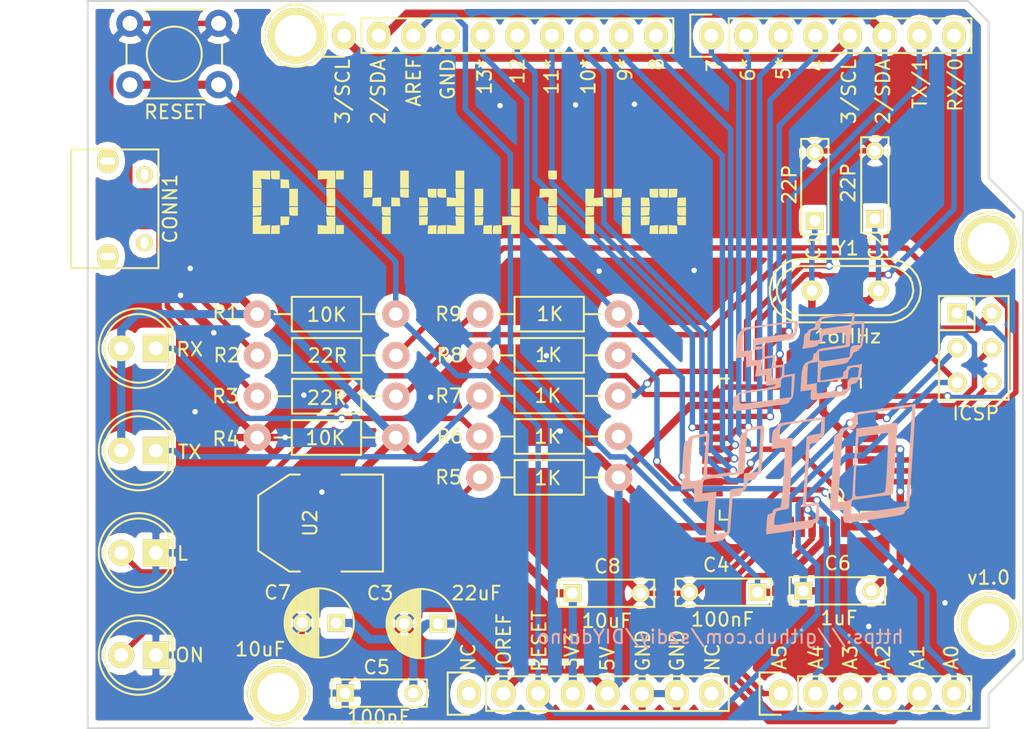
<source format=kicad_pcb>
(kicad_pcb (version 4) (host pcbnew 4.0.5+dfsg1-4)
  (title_block (date "lun. 30 mars 2015"))
  (layers (0 F.Cu signal) (31 B.Cu signal) (34 B.Paste user) (35 F.Paste user) (36 B.SilkS user hide) (37 F.SilkS user) (38 B.Mask user) (39 F.Mask user) (44 Edge.Cuts user))
  (net 0 "")
  (net 1 GND)
  (net 2 /Vin)
  (net 3 /A0)
  (net 4 /A1)
  (net 5 /A2)
  (net 6 /A3)
  (net 7 /AREF)
  (net 8 "Net-(P5-Pad1)")
  (net 9 "Net-(P6-Pad1)")
  (net 10 "Net-(P7-Pad1)")
  (net 11 "Net-(P8-Pad1)")
  (net 12 "Net-(P1-Pad1)")
  (net 13 "Net-(C1-Pad1)")
  (net 14 "Net-(C2-Pad1)")
  (net 15 +5C)
  (net 16 "Net-(CONN1-Pad2)")
  (net 17 "Net-(CONN1-Pad3)")
  (net 18 /MISO)
  (net 19 /SCK)
  (net 20 /MOSI)
  (net 21 /RESET)
  (net 22 "Net-(D3-Pad2)")
  (net 23 "Net-(D4-Pad2)")
  (net 24 /A4)
  (net 25 /A5)
  (net 26 /IO13)
  (net 27 /IO12)
  (net 28 /IO11)
  (net 29 /IO10)
  (net 30 /IO9)
  (net 31 /IO8)
  (net 32 /D7)
  (net 33 /D6)
  (net 34 /D5)
  (net 35 /D4)
  (net 36 /D3)
  (net 37 /D2)
  (net 38 /D1)
  (net 39 /D0)
  (net 40 /D+)
  (net 41 /D-)
  (net 42 /RX_LED)
  (net 43 /TX_LED)
  (net 44 /HWB)
  (net 45 +3V3)
  (net 46 "Net-(D1-Pad1)")
  (net 47 "Net-(D2-Pad1)")
  (net 48 "Net-(C6-Pad2)")
  (module Crystals:Crystal_HC49-U_Vertical (layer F.Cu) (at 166.523 94.265)
    (fp_text reference Y1 (at 0.1 -3.1) (layer F.SilkS))
    (fp_text value 16MHz)
    (pad 1 thru_hole circle (at -2.44094 0) (size 1.50114 1.50114) (drill 0.8001) (layers *.Cu *.Mask F.SilkS) (net 13 "Net-(C1-Pad1)"))
    (pad 2 thru_hole circle (at 2.44094 0) (size 1.50114 1.50114) (drill 0.8001) (layers *.Cu *.Mask F.SilkS) (net 14 "Net-(C2-Pad1)"))
  )
  (module Socket_Arduino_Uno:Socket_Strip_Arduino_1x08 (layer F.Cu) (at 138.938 123.825)
    (fp_text reference P1 hide)
    (fp_text value Power)
    (pad 1 thru_hole oval (at 0 0) (size 1.7272 2.032) (drill 1.016) (layers *.Cu *.Mask F.SilkS) (net 12 "Net-(P1-Pad1)"))
    (pad 2 thru_hole oval (at 2.54 0) (size 1.7272 2.032) (drill 1.016) (layers *.Cu *.Mask F.SilkS) (net 15 +5C))
    (pad 3 thru_hole oval (at 5.08 0) (size 1.7272 2.032) (drill 1.016) (layers *.Cu *.Mask F.SilkS) (net 21 /RESET))
    (pad 4 thru_hole oval (at 7.62 0) (size 1.7272 2.032) (drill 1.016) (layers *.Cu *.Mask F.SilkS) (net 45 +3V3))
    (pad 5 thru_hole oval (at 10.16 0) (size 1.7272 2.032) (drill 1.016) (layers *.Cu *.Mask F.SilkS) (net 15 +5C))
    (pad 6 thru_hole oval (at 12.7 0) (size 1.7272 2.032) (drill 1.016) (layers *.Cu *.Mask F.SilkS) (net 1 GND))
    (pad 7 thru_hole oval (at 15.24 0) (size 1.7272 2.032) (drill 1.016) (layers *.Cu *.Mask F.SilkS) (net 1 GND))
    (pad 8 thru_hole oval (at 17.78 0) (size 1.7272 2.032) (drill 1.016) (layers *.Cu *.Mask F.SilkS) (net 2 /Vin))
  )
  (module Socket_Arduino_Uno:Socket_Strip_Arduino_1x06 (layer F.Cu) (at 161.798 123.825)
    (fp_text reference P2 hide)
    (fp_text value Analog)
    (pad 1 thru_hole oval (at 0 0) (size 1.7272 2.032) (drill 1.016) (layers *.Cu *.Mask F.SilkS) (net 25 /A5))
    (pad 2 thru_hole oval (at 2.54 0) (size 1.7272 2.032) (drill 1.016) (layers *.Cu *.Mask F.SilkS) (net 24 /A4))
    (pad 3 thru_hole oval (at 5.08 0) (size 1.7272 2.032) (drill 1.016) (layers *.Cu *.Mask F.SilkS) (net 6 /A3))
    (pad 4 thru_hole oval (at 7.62 0) (size 1.7272 2.032) (drill 1.016) (layers *.Cu *.Mask F.SilkS) (net 5 /A2))
    (pad 5 thru_hole oval (at 10.16 0) (size 1.7272 2.032) (drill 1.016) (layers *.Cu *.Mask F.SilkS) (net 4 /A1))
    (pad 6 thru_hole oval (at 12.7 0) (size 1.7272 2.032) (drill 1.016) (layers *.Cu *.Mask F.SilkS) (net 3 /A0))
  )
  (module Socket_Arduino_Uno:Socket_Strip_Arduino_1x10 (layer F.Cu) (at 129.794 75.565)
    (fp_text reference P3 hide)
    (fp_text value Digital)
    (pad 1 thru_hole oval (at 0 0) (size 1.7272 2.032) (drill 1.016) (layers *.Cu *.Mask F.SilkS) (net 36 /D3))
    (pad 2 thru_hole oval (at 2.54 0) (size 1.7272 2.032) (drill 1.016) (layers *.Cu *.Mask F.SilkS) (net 37 /D2))
    (pad 3 thru_hole oval (at 5.08 0) (size 1.7272 2.032) (drill 1.016) (layers *.Cu *.Mask F.SilkS) (net 7 /AREF))
    (pad 4 thru_hole oval (at 7.62 0) (size 1.7272 2.032) (drill 1.016) (layers *.Cu *.Mask F.SilkS) (net 1 GND))
    (pad 5 thru_hole oval (at 10.16 0) (size 1.7272 2.032) (drill 1.016) (layers *.Cu *.Mask F.SilkS) (net 26 /IO13))
    (pad 6 thru_hole oval (at 12.7 0) (size 1.7272 2.032) (drill 1.016) (layers *.Cu *.Mask F.SilkS) (net 27 /IO12))
    (pad 7 thru_hole oval (at 15.24 0) (size 1.7272 2.032) (drill 1.016) (layers *.Cu *.Mask F.SilkS) (net 28 /IO11))
    (pad 8 thru_hole oval (at 17.78 0) (size 1.7272 2.032) (drill 1.016) (layers *.Cu *.Mask F.SilkS) (net 29 /IO10))
    (pad 9 thru_hole oval (at 20.32 0) (size 1.7272 2.032) (drill 1.016) (layers *.Cu *.Mask F.SilkS) (net 30 /IO9))
    (pad 10 thru_hole oval (at 22.86 0) (size 1.7272 2.032) (drill 1.016) (layers *.Cu *.Mask F.SilkS) (net 31 /IO8))
  )
  (module Socket_Arduino_Uno:Socket_Strip_Arduino_1x08 (layer F.Cu) (at 156.718 75.565)
    (fp_text reference P4 hide)
    (fp_text value Digital)
    (pad 1 thru_hole oval (at 0 0) (size 1.7272 2.032) (drill 1.016) (layers *.Cu *.Mask F.SilkS) (net 32 /D7))
    (pad 2 thru_hole oval (at 2.54 0) (size 1.7272 2.032) (drill 1.016) (layers *.Cu *.Mask F.SilkS) (net 33 /D6))
    (pad 3 thru_hole oval (at 5.08 0) (size 1.7272 2.032) (drill 1.016) (layers *.Cu *.Mask F.SilkS) (net 34 /D5))
    (pad 4 thru_hole oval (at 7.62 0) (size 1.7272 2.032) (drill 1.016) (layers *.Cu *.Mask F.SilkS) (net 35 /D4))
    (pad 5 thru_hole oval (at 10.16 0) (size 1.7272 2.032) (drill 1.016) (layers *.Cu *.Mask F.SilkS) (net 36 /D3))
    (pad 6 thru_hole oval (at 12.7 0) (size 1.7272 2.032) (drill 1.016) (layers *.Cu *.Mask F.SilkS) (net 37 /D2))
    (pad 7 thru_hole oval (at 15.24 0) (size 1.7272 2.032) (drill 1.016) (layers *.Cu *.Mask F.SilkS) (net 38 /D1))
    (pad 8 thru_hole oval (at 17.78 0) (size 1.7272 2.032) (drill 1.016) (layers *.Cu *.Mask F.SilkS) (net 39 /D0))
  )
  (module Socket_Arduino_Uno:Arduino_1pin (layer F.Cu) (at 124.968 123.825)
    (fp_text reference P5 hide)
    (fp_text value CONN_1 hide)
    (pad 1 thru_hole circle (at 0 0) (size 4.064 4.064) (drill 3.048) (layers *.Cu *.Mask F.SilkS) (net 8 "Net-(P5-Pad1)"))
  )
  (module Socket_Arduino_Uno:Arduino_1pin (layer F.Cu) (at 177.038 118.745)
    (fp_text reference P6 hide)
    (fp_text value CONN_1 hide)
    (pad 1 thru_hole circle (at 0 0) (size 4.064 4.064) (drill 3.048) (layers *.Cu *.Mask F.SilkS) (net 9 "Net-(P6-Pad1)"))
  )
  (module Socket_Arduino_Uno:Arduino_1pin (layer F.Cu) (at 126.238 75.565)
    (fp_text reference P7 hide)
    (fp_text value CONN_1 hide)
    (pad 1 thru_hole circle (at 0 0) (size 4.064 4.064) (drill 3.048) (layers *.Cu *.Mask F.SilkS) (net 10 "Net-(P7-Pad1)"))
  )
  (module Socket_Arduino_Uno:Arduino_1pin (layer F.Cu) (at 177.038 90.805)
    (fp_text reference P8 hide)
    (fp_text value CONN_1 hide)
    (pad 1 thru_hole circle (at 0 0) (size 4.064 4.064) (drill 3.048) (layers *.Cu *.Mask F.SilkS) (net 11 "Net-(P8-Pad1)"))
  )
  (module Capacitors_ThroughHole:C_Rect_L7_W2_P5 (layer F.Cu) (at 164.298 89.14 90)
    (fp_text reference C1 (at -1.919 -0.087 90) (layer F.SilkS))
    (fp_text value 22P)
    (pad 1 thru_hole rect (at 0 0 90) (size 1.3 1.3) (drill 0.8) (layers *.Cu *.Mask F.SilkS) (net 13 "Net-(C1-Pad1)"))
    (pad 2 thru_hole circle (at 5 0 90) (size 1.3 1.3) (drill 0.8) (layers *.Cu *.Mask F.SilkS) (net 1 GND))
  )
  (module Capacitors_ThroughHole:C_Rect_L7_W2_P5 (layer F.Cu) (at 168.698 89.015 90)
    (fp_text reference C2 (at -2.044 0.085 90) (layer F.SilkS))
    (fp_text value 22P)
    (pad 1 thru_hole rect (at 0 0 90) (size 1.3 1.3) (drill 0.8) (layers *.Cu *.Mask F.SilkS) (net 14 "Net-(C2-Pad1)"))
    (pad 2 thru_hole circle (at 5 0 90) (size 1.3 1.3) (drill 0.8) (layers *.Cu *.Mask F.SilkS) (net 1 GND))
  )
  (module Capacitors_ThroughHole:C_Radial_D5_L11_P2.5 (layer F.Cu) (at 136.698 118.69 180)
    (fp_text reference C3 (at 4.2624 2.231 180) (layer F.SilkS))
    (fp_text value 22uF)
    (pad 1 thru_hole rect (at 0 0 180) (size 1.3 1.3) (drill 0.8) (layers *.Cu *.Mask F.SilkS) (net 15 +5C))
    (pad 2 thru_hole circle (at 2.5 0 180) (size 1.3 1.3) (drill 0.8) (layers *.Cu *.Mask F.SilkS) (net 1 GND))
  )
  (module Capacitors_ThroughHole:C_Rect_L7_W2_P5 (layer F.Cu) (at 160.098 116.39 180)
    (fp_text reference C4 (at 3.025 2 180) (layer F.SilkS))
    (fp_text value 100nF)
    (pad 1 thru_hole rect (at 0 0 180) (size 1.3 1.3) (drill 0.8) (layers *.Cu *.Mask F.SilkS) (net 7 /AREF))
    (pad 2 thru_hole circle (at 5 0 180) (size 1.3 1.3) (drill 0.8) (layers *.Cu *.Mask F.SilkS) (net 1 GND))
  )
  (module Capacitors_ThroughHole:C_Rect_L7_W2_P5 (layer F.Cu) (at 129.873 123.79)
    (fp_text reference C5 (at 2.3086 -1.8954) (layer F.SilkS))
    (fp_text value 100nF)
    (pad 1 thru_hole rect (at 0 0) (size 1.3 1.3) (drill 0.8) (layers *.Cu *.Mask F.SilkS) (net 1 GND))
    (pad 2 thru_hole circle (at 5 0) (size 1.3 1.3) (drill 0.8) (layers *.Cu *.Mask F.SilkS) (net 15 +5C))
  )
  (module Capacitors_ThroughHole:C_Rect_L7_W2_P5 (layer F.Cu) (at 163.448 116.29)
    (fp_text reference C6 (at 2.525 -2.025) (layer F.SilkS))
    (fp_text value 1uF)
    (pad 1 thru_hole rect (at 0 0) (size 1.3 1.3) (drill 0.8) (layers *.Cu *.Mask F.SilkS) (net 1 GND))
    (pad 2 thru_hole circle (at 5 0) (size 1.3 1.3) (drill 0.8) (layers *.Cu *.Mask F.SilkS) (net 48 "Net-(C6-Pad2)"))
  )
  (module SmartEye:USB_Micro-B (layer F.Cu) (at 113.598 88.265 270)
    (fp_text reference CONN1 (at 0 -3.45 270) (layer F.SilkS))
    (fp_text value USB_B)
    (pad 1 smd rect (at -1.3009 -1.56254) (size 1.35 0.4) (layers F.Cu F.Paste F.Mask) (net 15 +5C))
    (pad 2 smd rect (at -0.6509 -1.56254) (size 1.35 0.4) (layers F.Cu F.Paste F.Mask) (net 16 "Net-(CONN1-Pad2)"))
    (pad 3 smd rect (at -0.0009 -1.56254) (size 1.35 0.4) (layers F.Cu F.Paste F.Mask) (net 17 "Net-(CONN1-Pad3)"))
    (pad 4 smd rect (at 0.6491 -1.56254) (size 1.35 0.4) (layers F.Cu F.Paste F.Mask) (net 1 GND))
    (pad 5 smd rect (at 1.2991 -1.56254) (size 1.35 0.4) (layers F.Cu F.Paste F.Mask) (net 1 GND))
    (pad 6 thru_hole oval (at -2.5009 -1.56254) (size 1.25 1.25) (drill oval 0.55 0.85) (layers *.Cu *.Mask F.SilkS))
    (pad 6 thru_hole oval (at 2.4991 -1.56254) (size 1.25 1.25) (drill oval 0.55 0.85) (layers *.Cu *.Mask F.SilkS))
    (pad 6 thru_hole oval (at -3.5009 1.13746) (size 1.55 1.8) (drill oval 1.15 0.5) (layers *.Cu *.Mask F.SilkS))
    (pad 6 thru_hole oval (at 3.4991 1.13746) (size 1.55 1.8) (drill oval 1.15 0.5) (layers *.Cu *.Mask F.SilkS))
  )
  (module Connectors:CONN_2.54mm_2x3 (layer F.Cu) (at 175.998 98.465 180)
    (fp_text reference CONN2 hide)
    (fp_text value ICSP hide)
    (pad 1 thru_hole rect (at 1.27 2.54 180) (size 1.397 1.397) (drill 0.8128) (layers *.Cu *.Mask F.SilkS) (net 18 /MISO))
    (pad 2 thru_hole circle (at -1.27 2.54 180) (size 1.397 1.397) (drill 0.8128) (layers *.Cu *.Mask F.SilkS) (net 15 +5C))
    (pad 3 thru_hole circle (at 1.27 0 180) (size 1.397 1.397) (drill 0.8128) (layers *.Cu *.Mask F.SilkS) (net 19 /SCK))
    (pad 4 thru_hole circle (at -1.27 0 180) (size 1.397 1.397) (drill 0.8128) (layers *.Cu *.Mask F.SilkS) (net 20 /MOSI))
    (pad 5 thru_hole circle (at 1.27 -2.54 180) (size 1.397 1.397) (drill 0.8128) (layers *.Cu *.Mask F.SilkS) (net 21 /RESET))
    (pad 6 thru_hole circle (at -1.27 -2.54 180) (size 1.397 1.397) (drill 0.8128) (layers *.Cu *.Mask F.SilkS) (net 1 GND))
  )
  (module LEDs:LED-5MM (layer F.Cu) (at 116 98.5 180)
    (fp_text reference D1 hide)
    (fp_text value RX)
    (fp_text user RX (at -2.475 -0.075 180) (layer F.SilkS))
    (pad 1 thru_hole rect (at 0 0 270) (size 2 1.9) (drill 1.00076) (layers *.Cu *.Mask F.SilkS) (net 46 "Net-(D1-Pad1)"))
    (pad 2 thru_hole circle (at 2.54 0 180) (size 1.9 1.9) (drill 1.00076) (layers *.Cu *.Mask F.SilkS) (net 15 +5C))
  )
  (module LEDs:LED-5MM (layer F.Cu) (at 116 106 180)
    (fp_text reference D2 hide)
    (fp_text value TX)
    (fp_text user TX (at -2.475 -0.1 180) (layer F.SilkS))
    (pad 1 thru_hole rect (at 0 0 270) (size 2 1.9) (drill 1.00076) (layers *.Cu *.Mask F.SilkS) (net 47 "Net-(D2-Pad1)"))
    (pad 2 thru_hole circle (at 2.54 0 180) (size 1.9 1.9) (drill 1.00076) (layers *.Cu *.Mask F.SilkS) (net 15 +5C))
  )
  (module LEDs:LED-5MM (layer F.Cu) (at 116 113.5 180)
    (fp_text reference D3 hide)
    (fp_text value L)
    (fp_text user L (at -1.95 -0.05 180) (layer F.SilkS))
    (pad 1 thru_hole rect (at 0 0 270) (size 2 1.9) (drill 1.00076) (layers *.Cu *.Mask F.SilkS) (net 1 GND))
    (pad 2 thru_hole circle (at 2.54 0 180) (size 1.9 1.9) (drill 1.00076) (layers *.Cu *.Mask F.SilkS) (net 22 "Net-(D3-Pad2)"))
  )
  (module LEDs:LED-5MM (layer F.Cu) (at 116 121 180)
    (fp_text reference D4 hide)
    (fp_text value ON)
    (fp_text user ON (at -2.475 0 180) (layer F.SilkS))
    (pad 1 thru_hole rect (at 0 0 270) (size 2 1.9) (drill 1.00076) (layers *.Cu *.Mask F.SilkS) (net 1 GND))
    (pad 2 thru_hole circle (at 2.54 0 180) (size 1.9 1.9) (drill 1.00076) (layers *.Cu *.Mask F.SilkS) (net 23 "Net-(D4-Pad2)"))
  )
  (module Buttons_Switches_ThroughHole:SW_PUSH_6mm (layer F.Cu) (at 114.098 74.665)
    (fp_text reference SW1 hide)
    (fp_text value SW_RESET)
    (pad 2 thru_hole circle (at 0 4.5 90) (size 2 2) (drill 1.1) (layers *.Cu *.Mask) (net 21 /RESET))
    (pad 1 thru_hole circle (at 0 0 90) (size 2 2) (drill 1.1) (layers *.Cu *.Mask) (net 1 GND))
    (pad 2 thru_hole circle (at 6.5 4.5 90) (size 2 2) (drill 1.1) (layers *.Cu *.Mask) (net 21 /RESET))
    (pad 1 thru_hole circle (at 6.5 0 90) (size 2 2) (drill 1.1) (layers *.Cu *.Mask) (net 1 GND))
  )
  (module Housings_QFP:TQFP-44_10x10mm_Pitch0.8mm (layer F.Cu) (at 162.498 105.89 180)
    (fp_text reference U1 hide)
    (fp_text value ATmega32U4-AU)
    (pad 1 smd rect (at -5.7 -4 180) (size 1.5 0.55) (layers F.Cu F.Paste F.Mask) (net 32 /D7))
    (pad 2 smd rect (at -5.7 -3.2 180) (size 1.5 0.55) (layers F.Cu F.Paste F.Mask) (net 15 +5C))
    (pad 3 smd rect (at -5.7 -2.4 180) (size 1.5 0.55) (layers F.Cu F.Paste F.Mask) (net 41 /D-))
    (pad 4 smd rect (at -5.7 -1.6 180) (size 1.5 0.55) (layers F.Cu F.Paste F.Mask) (net 40 /D+))
    (pad 5 smd rect (at -5.7 -0.8 180) (size 1.5 0.55) (layers F.Cu F.Paste F.Mask) (net 1 GND))
    (pad 6 smd rect (at -5.7 0 180) (size 1.5 0.55) (layers F.Cu F.Paste F.Mask) (net 48 "Net-(C6-Pad2)"))
    (pad 7 smd rect (at -5.7 0.8 180) (size 1.5 0.55) (layers F.Cu F.Paste F.Mask) (net 15 +5C))
    (pad 8 smd rect (at -5.7 1.6 180) (size 1.5 0.55) (layers F.Cu F.Paste F.Mask) (net 42 /RX_LED))
    (pad 9 smd rect (at -5.7 2.4 180) (size 1.5 0.55) (layers F.Cu F.Paste F.Mask) (net 19 /SCK))
    (pad 10 smd rect (at -5.7 3.2 180) (size 1.5 0.55) (layers F.Cu F.Paste F.Mask) (net 20 /MOSI))
    (pad 11 smd rect (at -5.7 4 180) (size 1.5 0.55) (layers F.Cu F.Paste F.Mask) (net 18 /MISO))
    (pad 12 smd rect (at -4 5.7 270) (size 1.5 0.55) (layers F.Cu F.Paste F.Mask) (net 28 /IO11))
    (pad 13 smd rect (at -3.2 5.7 270) (size 1.5 0.55) (layers F.Cu F.Paste F.Mask) (net 21 /RESET))
    (pad 14 smd rect (at -2.4 5.7 270) (size 1.5 0.55) (layers F.Cu F.Paste F.Mask) (net 15 +5C))
    (pad 15 smd rect (at -1.6 5.7 270) (size 1.5 0.55) (layers F.Cu F.Paste F.Mask) (net 1 GND))
    (pad 16 smd rect (at -0.8 5.7 270) (size 1.5 0.55) (layers F.Cu F.Paste F.Mask) (net 14 "Net-(C2-Pad1)"))
    (pad 17 smd rect (at 0 5.7 270) (size 1.5 0.55) (layers F.Cu F.Paste F.Mask) (net 13 "Net-(C1-Pad1)"))
    (pad 18 smd rect (at 0.8 5.7 270) (size 1.5 0.55) (layers F.Cu F.Paste F.Mask) (net 36 /D3))
    (pad 19 smd rect (at 1.6 5.7 270) (size 1.5 0.55) (layers F.Cu F.Paste F.Mask) (net 37 /D2))
    (pad 20 smd rect (at 2.4 5.7 270) (size 1.5 0.55) (layers F.Cu F.Paste F.Mask) (net 39 /D0))
    (pad 21 smd rect (at 3.2 5.7 270) (size 1.5 0.55) (layers F.Cu F.Paste F.Mask) (net 38 /D1))
    (pad 22 smd rect (at 4 5.7 270) (size 1.5 0.55) (layers F.Cu F.Paste F.Mask) (net 43 /TX_LED))
    (pad 23 smd rect (at 5.7 4 180) (size 1.5 0.55) (layers F.Cu F.Paste F.Mask) (net 1 GND))
    (pad 24 smd rect (at 5.7 3.2 180) (size 1.5 0.55) (layers F.Cu F.Paste F.Mask) (net 15 +5C))
    (pad 25 smd rect (at 5.7 2.4 180) (size 1.5 0.55) (layers F.Cu F.Paste F.Mask) (net 35 /D4))
    (pad 26 smd rect (at 5.7 1.6 180) (size 1.5 0.55) (layers F.Cu F.Paste F.Mask) (net 27 /IO12))
    (pad 27 smd rect (at 5.7 0.8 180) (size 1.5 0.55) (layers F.Cu F.Paste F.Mask) (net 33 /D6))
    (pad 28 smd rect (at 5.7 0 180) (size 1.5 0.55) (layers F.Cu F.Paste F.Mask) (net 31 /IO8))
    (pad 29 smd rect (at 5.7 -0.8 180) (size 1.5 0.55) (layers F.Cu F.Paste F.Mask) (net 30 /IO9))
    (pad 30 smd rect (at 5.7 -1.6 180) (size 1.5 0.55) (layers F.Cu F.Paste F.Mask) (net 29 /IO10))
    (pad 31 smd rect (at 5.7 -2.4 180) (size 1.5 0.55) (layers F.Cu F.Paste F.Mask) (net 34 /D5))
    (pad 32 smd rect (at 5.7 -3.2 180) (size 1.5 0.55) (layers F.Cu F.Paste F.Mask) (net 26 /IO13))
    (pad 33 smd rect (at 5.7 -4 180) (size 1.5 0.55) (layers F.Cu F.Paste F.Mask) (net 44 /HWB))
    (pad 34 smd rect (at 4 -5.7 270) (size 1.5 0.55) (layers F.Cu F.Paste F.Mask) (net 15 +5C))
    (pad 35 smd rect (at 3.2 -5.7 270) (size 1.5 0.55) (layers F.Cu F.Paste F.Mask) (net 1 GND))
    (pad 36 smd rect (at 2.4 -5.7 270) (size 1.5 0.55) (layers F.Cu F.Paste F.Mask) (net 3 /A0))
    (pad 37 smd rect (at 1.6 -5.7 270) (size 1.5 0.55) (layers F.Cu F.Paste F.Mask) (net 4 /A1))
    (pad 38 smd rect (at 0.8 -5.7 270) (size 1.5 0.55) (layers F.Cu F.Paste F.Mask) (net 5 /A2))
    (pad 39 smd rect (at 0 -5.7 270) (size 1.5 0.55) (layers F.Cu F.Paste F.Mask) (net 6 /A3))
    (pad 40 smd rect (at -0.8 -5.7 270) (size 1.5 0.55) (layers F.Cu F.Paste F.Mask) (net 24 /A4))
    (pad 41 smd rect (at -1.6 -5.7 270) (size 1.5 0.55) (layers F.Cu F.Paste F.Mask) (net 25 /A5))
    (pad 42 smd rect (at -2.4 -5.7 270) (size 1.5 0.55) (layers F.Cu F.Paste F.Mask) (net 7 /AREF))
    (pad 43 smd rect (at -3.2 -5.7 270) (size 1.5 0.55) (layers F.Cu F.Paste F.Mask) (net 1 GND))
    (pad 44 smd rect (at -4 -5.7 270) (size 1.5 0.55) (layers F.Cu F.Paste F.Mask) (net 15 +5C))
  )
  (module Resistors_ThroughHole:Resistor_Horizontal_RM10mm (layer F.Cu) (at 123.423 95.99)
    (fp_text reference R1 (at -2.3 -0.1) (layer F.SilkS))
    (fp_text value 10K)
    (pad 1 thru_hole circle (at 0 0) (size 1.99898 1.99898) (drill 1.00076) (layers *.Cu *.SilkS *.Mask) (net 15 +5C))
    (pad 2 thru_hole circle (at 10.16 0) (size 1.99898 1.99898) (drill 1.00076) (layers *.Cu *.SilkS *.Mask) (net 21 /RESET))
  )
  (module Resistors_ThroughHole:Resistor_Horizontal_RM10mm (layer F.Cu) (at 133.598 99.015 180)
    (fp_text reference R2 (at 12.4 0 180) (layer F.SilkS))
    (fp_text value 22R)
    (pad 1 thru_hole circle (at 0 0 180) (size 1.99898 1.99898) (drill 1.00076) (layers *.Cu *.SilkS *.Mask) (net 41 /D-))
    (pad 2 thru_hole circle (at 10.16 0 180) (size 1.99898 1.99898) (drill 1.00076) (layers *.Cu *.SilkS *.Mask) (net 16 "Net-(CONN1-Pad2)"))
  )
  (module Resistors_ThroughHole:Resistor_Horizontal_RM10mm (layer F.Cu) (at 133.598 102.015 180)
    (fp_text reference R3 (at 12.5 0 180) (layer F.SilkS))
    (fp_text value 22R)
    (pad 1 thru_hole circle (at 0 0 180) (size 1.99898 1.99898) (drill 1.00076) (layers *.Cu *.SilkS *.Mask) (net 40 /D+))
    (pad 2 thru_hole circle (at 10.16 0 180) (size 1.99898 1.99898) (drill 1.00076) (layers *.Cu *.SilkS *.Mask) (net 17 "Net-(CONN1-Pad3)"))
  )
  (module Resistors_ThroughHole:Resistor_Horizontal_RM10mm (layer F.Cu) (at 123.423 105.04)
    (fp_text reference R4 (at -2.3 0.1) (layer F.SilkS))
    (fp_text value 10K)
    (pad 1 thru_hole circle (at 0 0) (size 1.99898 1.99898) (drill 1.00076) (layers *.Cu *.SilkS *.Mask) (net 1 GND))
    (pad 2 thru_hole circle (at 10.16 0) (size 1.99898 1.99898) (drill 1.00076) (layers *.Cu *.SilkS *.Mask) (net 15 +5C))
  )
  (module Resistors_ThroughHole:Resistor_Horizontal_RM10mm (layer F.Cu) (at 139.748 107.965)
    (fp_text reference R5 (at -2.3 0) (layer F.SilkS))
    (fp_text value 1K)
    (pad 1 thru_hole circle (at 0 0) (size 1.99898 1.99898) (drill 1.00076) (layers *.Cu *.SilkS *.Mask) (net 23 "Net-(D4-Pad2)"))
    (pad 2 thru_hole circle (at 10.16 0) (size 1.99898 1.99898) (drill 1.00076) (layers *.Cu *.SilkS *.Mask) (net 15 +5C))
  )
  (module Resistors_ThroughHole:Resistor_Horizontal_RM10mm (layer F.Cu) (at 139.748 104.965)
    (fp_text reference R6 (at -2.2 0) (layer F.SilkS))
    (fp_text value 1K)
    (pad 1 thru_hole circle (at 0 0) (size 1.99898 1.99898) (drill 1.00076) (layers *.Cu *.SilkS *.Mask) (net 46 "Net-(D1-Pad1)"))
    (pad 2 thru_hole circle (at 10.16 0) (size 1.99898 1.99898) (drill 1.00076) (layers *.Cu *.SilkS *.Mask) (net 42 /RX_LED))
  )
  (module Resistors_ThroughHole:Resistor_Horizontal_RM10mm (layer F.Cu) (at 139.748 101.99)
    (fp_text reference R7 (at -2.3 0) (layer F.SilkS))
    (fp_text value 1K)
    (pad 1 thru_hole circle (at 0 0) (size 1.99898 1.99898) (drill 1.00076) (layers *.Cu *.SilkS *.Mask) (net 47 "Net-(D2-Pad1)"))
    (pad 2 thru_hole circle (at 10.16 0) (size 1.99898 1.99898) (drill 1.00076) (layers *.Cu *.SilkS *.Mask) (net 43 /TX_LED))
  )
  (module Resistors_ThroughHole:Resistor_Horizontal_RM10mm (layer F.Cu) (at 139.748 99.015)
    (fp_text reference R8 (at -2.2 0) (layer F.SilkS))
    (fp_text value 1K)
    (pad 1 thru_hole circle (at 0 0) (size 1.99898 1.99898) (drill 1.00076) (layers *.Cu *.SilkS *.Mask) (net 1 GND))
    (pad 2 thru_hole circle (at 10.16 0) (size 1.99898 1.99898) (drill 1.00076) (layers *.Cu *.SilkS *.Mask) (net 44 /HWB))
  )
  (module Resistors_ThroughHole:Resistor_Horizontal_RM10mm (layer F.Cu) (at 139.748 95.99)
    (fp_text reference R9 (at -2.3 0) (layer F.SilkS))
    (fp_text value 1K)
    (pad 1 thru_hole circle (at 0 0) (size 1.99898 1.99898) (drill 1.00076) (layers *.Cu *.SilkS *.Mask) (net 22 "Net-(D3-Pad2)"))
    (pad 2 thru_hole circle (at 10.16 0) (size 1.99898 1.99898) (drill 1.00076) (layers *.Cu *.SilkS *.Mask) (net 26 /IO13))
  )
  (module Capacitors_ThroughHole:C_Radial_D5_L11_P2.5 (layer F.Cu) (at 129.223 118.64 180)
    (fp_text reference C7 (at 4.3058 2.2318 180) (layer F.SilkS))
    (fp_text value 10uF/25V)
    (pad 1 thru_hole rect (at 0 0 180) (size 1.3 1.3) (drill 0.8) (layers *.Cu *.Mask F.SilkS) (net 15 +5C))
    (pad 2 thru_hole circle (at 2.5 0 180) (size 1.3 1.3) (drill 0.8) (layers *.Cu *.Mask F.SilkS) (net 1 GND))
  )
  (module Capacitors_ThroughHole:C_Rect_L7_W2_P5 (layer F.Cu) (at 146.523 116.465)
    (fp_text reference C8 (at 2.575 -1.975) (layer F.SilkS))
    (fp_text value 10uF)
    (pad 1 thru_hole rect (at 0 0) (size 1.3 1.3) (drill 0.8) (layers *.Cu *.Mask F.SilkS) (net 45 +3V3))
    (pad 2 thru_hole circle (at 5 0) (size 1.3 1.3) (drill 0.8) (layers *.Cu *.Mask F.SilkS) (net 1 GND))
  )
  (module TO_SOT_Packages_SMD:SOT-223 (layer F.Cu) (at 128.073 111.315 90)
    (fp_text reference U2 (at 0 -0.762 90) (layer F.SilkS))
    (fp_text value NCP1117ST33T3G)
    (pad 4 smd rect (at 0 -3.302 90) (size 3.6576 2.032) (layers F.Cu F.Paste F.Mask))
    (pad 2 smd rect (at 0 3.302 90) (size 1.016 2.032) (layers F.Cu F.Paste F.Mask) (net 45 +3V3))
    (pad 3 smd rect (at 2.286 3.302 90) (size 1.016 2.032) (layers F.Cu F.Paste F.Mask) (net 15 +5C))
    (pad 1 smd rect (at -2.286 3.302 90) (size 1.016 2.032) (layers F.Cu F.Paste F.Mask) (net 1 GND))
  )
  (module reduino:diyduino (layer F.Cu) (at 151.298 87.565)
    (fp_text reference G*** hide)
    (fp_text value LOGO hide)
  )
  (module DIYduino:szdiy_logo (layer B.Cu) (at 162.998 104.365 180)
    (fp_text reference G*** hide)
    (fp_text value LOGO hide)
  )
  (gr_circle (center 165.8112 109.2962) (end 166.37 109.1438) (layer F.SilkS) (width 0.15))
  (gr_text 100nF (at 132.334 125.5522) (layer F.SilkS) (effects (font (size 1 1))))
  (gr_text 22uF (at 139.4968 116.459) (layer F.SilkS) (effects (font (size 1 1))))
  (gr_text 10uF (at 123.6472 120.5738) (layer F.SilkS) (effects (font (size 1 1))))
  (gr_text 1uF (at 166.0652 118.2878) (layer F.SilkS) (effects (font (size 1 1))))
  (gr_text 100nF (at 157.5308 118.3894) (layer F.SilkS) (effects (font (size 1 1))))
  (gr_text 10uF (at 149.0472 118.491) (layer F.SilkS) (effects (font (size 1 1))))
  (gr_text 22P (at 166.751 86.36 90) (layer F.SilkS) (effects (font (size 1 1))))
  (gr_text 22P (at 162.433 86.487 90) (layer F.SilkS) (effects (font (size 1 1))))
  (gr_text 1K (at 144.7292 108.0262) (layer F.SilkS) (effects (font (size 1 1))))
  (gr_text 1K (at 144.7292 104.9782) (layer F.SilkS) (effects (font (size 1 1))))
  (gr_text 1K (at 144.7292 101.981) (layer F.SilkS) (effects (font (size 1 1))))
  (gr_text 1K (at 144.78 98.9838) (layer F.SilkS) (effects (font (size 1 1))))
  (gr_text 1K (at 144.8816 95.9866) (layer F.SilkS) (effects (font (size 1 1))))
  (gr_text 10K (at 128.4224 105.0798) (layer F.SilkS) (effects (font (size 1 1))))
  (gr_text 22R (at 128.524 102.1334) (layer F.SilkS) (effects (font (size 1 1))))
  (gr_text 22R (at 128.5748 99.0346) (layer F.SilkS) (effects (font (size 1 1))))
  (gr_text 10K (at 128.524 96.0374) (layer F.SilkS) (effects (font (size 1 1))))
  (gr_text https://github.com/szdiy/DIYduino (at 157.3784 119.6594) (layer B.SilkS) (effects (font (size 1 1)) (justify mirror)))
  (gr_text "v1.0\n" (at 177.038 115.316) (layer F.SilkS) (effects (font (size 1 1))))
  (gr_text NC (at 156.798 121.165 90) (layer F.SilkS) (effects (font (size 1 1))))
  (gr_text RESET (at 144.098 119.965 90) (layer F.SilkS) (effects (font (size 1 1))))
  (gr_text IOREF (at 141.498 120.065 90) (layer F.SilkS) (effects (font (size 1 1))))
  (gr_text 3V3 (at 146.498 120.715 90) (layer F.SilkS) (effects (font (size 1 1))))
  (gr_text NC (at 138.898 121.165 90) (layer F.SilkS) (effects (font (size 1 1))))
  (gr_text 5V (at 149.098 121.265 90) (layer F.SilkS) (effects (font (size 1 1))))
  (gr_text GND (at 151.698 120.665 90) (layer F.SilkS) (effects (font (size 1 1))))
  (gr_text GND (at 154.198 120.665 90) (layer F.SilkS) (effects (font (size 1 1))))
  (gr_text A5 (at 161.698 121.165 90) (layer F.SilkS) (effects (font (size 1 1))))
  (gr_text A4 (at 164.398 121.165 90) (layer F.SilkS) (effects (font (size 1 1))))
  (gr_text A3 (at 166.898 121.165 90) (layer F.SilkS) (effects (font (size 1 1))))
  (gr_text A2 (at 169.298 121.165 90) (layer F.SilkS) (effects (font (size 1 1))))
  (gr_text A1 (at 171.798 121.165 90) (layer F.SilkS) (effects (font (size 1 1))))
  (gr_text A0 (at 174.298 121.165 90) (layer F.SilkS) (effects (font (size 1 1))))
  (gr_text 3/SCL (at 129.698 79.665 90) (layer F.SilkS) (effects (font (size 1 1))))
  (gr_text 2/SDA (at 132.298 79.665 90) (layer F.SilkS) (effects (font (size 1 1))))
  (gr_text AREF (at 134.898 78.965 90) (layer F.SilkS) (effects (font (size 1 1))))
  (gr_text GND (at 137.398 78.765 90) (layer F.SilkS) (effects (font (size 1 1))))
  (gr_text 13* (at 140.098 78.565 90) (layer F.SilkS) (effects (font (size 1 1))))
  (gr_text 12 (at 142.498 78.165 90) (layer F.SilkS) (effects (font (size 1 1))))
  (gr_text 11* (at 144.998 78.565 90) (layer F.SilkS) (effects (font (size 1 1))))
  (gr_text 10* (at 147.698 78.565 90) (layer F.SilkS) (effects (font (size 1 1))))
  (gr_text 9* (at 150.398 78.065 90) (layer F.SilkS) (effects (font (size 1 1))))
  (gr_text 8 (at 152.698 77.665 90) (layer F.SilkS) (effects (font (size 1 1))))
  (gr_text 7 (at 156.898 77.765 90) (layer F.SilkS) (effects (font (size 1 1))))
  (gr_text 6* (at 159.398 78.065 90) (layer F.SilkS) (effects (font (size 1 1))))
  (gr_text 5* (at 161.998 77.965 90) (layer F.SilkS) (effects (font (size 1 1))))
  (gr_text 4 (at 164.498 77.765 90) (layer F.SilkS) (effects (font (size 1 1))))
  (gr_text 3/SCL (at 166.798 79.665 90) (layer F.SilkS) (effects (font (size 1 1))))
  (gr_text 2/SDA (at 169.298 79.665 90) (layer F.SilkS) (effects (font (size 1 1))))
  (gr_text TX/1 (at 171.998 79.065 90) (layer F.SilkS) (effects (font (size 1 1))))
  (gr_text RX/0 (at 174.598 79.165 90) (layer F.SilkS) (effects (font (size 1 1))))
  (gr_text ICSP (at 176.098 103.265) (layer F.SilkS) (effects (font (size 1 1))))
  (gr_text 16MHz (at 166.698 97.615) (layer F.SilkS) (effects (font (size 1 1))))
  (gr_text RESET (at 117.398 81.165) (layer F.SilkS) (effects (font (size 1 1))))
  (gr_line (start 177.038 74.549) (end 175.514 73.025) (angle 90) (layer Edge.Cuts) (width 0.15))
  (gr_line (start 177.038 85.979) (end 177.038 74.549) (angle 90) (layer Edge.Cuts) (width 0.15))
  (gr_line (start 179.578 88.519) (end 177.038 85.979) (angle 90) (layer Edge.Cuts) (width 0.15))
  (gr_line (start 179.578 121.285) (end 179.578 88.519) (angle 90) (layer Edge.Cuts) (width 0.15))
  (gr_line (start 177.038 123.825) (end 179.578 121.285) (angle 90) (layer Edge.Cuts) (width 0.15))
  (gr_line (start 177.038 126.365) (end 177.038 123.825) (angle 90) (layer Edge.Cuts) (width 0.15))
  (gr_line (start 110.998 126.365) (end 177.038 126.365) (angle 90) (layer Edge.Cuts) (width 0.15))
  (gr_line (start 110.998 73.025) (end 110.998 126.365) (angle 90) (layer Edge.Cuts) (width 0.15))
  (gr_line (start 175.514 73.025) (end 110.998 73.025) (angle 90) (layer Edge.Cuts) (width 0.15))
  (segment (start 155.448 92.7862) (end 148.5392 92.7862) (width 0.55) (layer F.Cu) (net 1))
  (segment (start 151.0792 88.4174) (end 155.448 92.7862) (width 0.55) (layer B.Cu) (net 1))
  (via (at 155.448 92.7862) (size 0.6) (drill 0.4) (layers F.Cu B.Cu) (net 1))
  (segment (start 146.7612 80.645) (end 151.0284 80.645) (width 0.55) (layer F.Cu) (net 1))
  (segment (start 141.224 80.6958) (end 146.7104 80.6958) (width 0.55) (layer F.Cu) (net 1))
  (segment (start 126.6444 80.6958) (end 141.224 80.6958) (width 0.55) (layer F.Cu) (net 1))
  (via (at 141.224 80.6958) (size 0.6) (drill 0.4) (layers F.Cu B.Cu) (net 1))
  (segment (start 120.6136 74.665) (end 126.6444 80.6958) (width 0.55) (layer F.Cu) (net 1))
  (via (at 146.7612 80.645) (size 0.6) (drill 0.4) (layers F.Cu B.Cu) (net 1))
  (segment (start 146.7104 80.6958) (end 146.7612 80.645) (width 0.55) (layer F.Cu) (net 1))
  (via (at 151.0792 80.5942) (size 0.6) (drill 0.4) (layers F.Cu B.Cu) (net 1))
  (segment (start 151.0284 80.645) (end 151.0792 80.5942) (width 0.55) (layer F.Cu) (net 1))
  (segment (start 151.0792 80.5942) (end 151.0792 88.4174) (width 0.55) (layer B.Cu) (net 1))
  (via (at 148.4884 92.837) (size 0.6) (drill 0.4) (layers F.Cu B.Cu) (net 1))
  (segment (start 148.5392 92.7862) (end 148.4884 92.837) (width 0.55) (layer F.Cu) (net 1))
  (segment (start 117.8052 94.615) (end 117.8052 94.9198) (width 0.55) (layer F.Cu) (net 1))
  (segment (start 118.5164 93.9038) (end 117.8052 94.615) (width 0.55) (layer B.Cu) (net 1))
  (via (at 117.8052 94.615) (size 0.6) (drill 0.4) (layers F.Cu B.Cu) (net 1))
  (segment (start 120.4832 74.665) (end 118.5164 76.6318) (width 0.55) (layer B.Cu) (net 1))
  (via (at 118.5164 92.6338) (size 0.6) (drill 0.4) (layers F.Cu B.Cu) (net 1))
  (segment (start 118.5164 76.6318) (end 118.5164 92.6338) (width 0.55) (layer B.Cu) (net 1))
  (segment (start 118.5164 92.6338) (end 118.5164 93.9038) (width 0.55) (layer B.Cu) (net 1))
  (via (at 120.2436 97.3582) (size 0.6) (drill 0.4) (layers F.Cu B.Cu) (net 1))
  (segment (start 117.8052 94.9198) (end 120.2436 97.3582) (width 0.55) (layer F.Cu) (net 1))
  (segment (start 120.598 74.665) (end 120.4832 74.665) (width 0.55) (layer B.Cu) (net 1))
  (segment (start 139.748 99.015) (end 139.2116 99.015) (width 0.55) (layer F.Cu) (net 1))
  (segment (start 139.2116 99.015) (end 136.144 102.0826) (width 0.55) (layer F.Cu) (net 1))
  (via (at 136.144 102.0826) (size 0.6) (drill 0.4) (layers F.Cu B.Cu) (net 1))
  (segment (start 123.423 105.04) (end 125.465 105.04) (width 0.55) (layer F.Cu) (net 1))
  (via (at 125.476 105.029) (size 0.6) (drill 0.4) (layers F.Cu B.Cu) (net 1))
  (segment (start 125.465 105.04) (end 125.476 105.029) (width 0.55) (layer F.Cu) (net 1))
  (segment (start 123.423 105.04) (end 123.7378 105.04) (width 0.55) (layer F.Cu) (net 1))
  (segment (start 123.7378 105.04) (end 126.8476 101.9302) (width 0.55) (layer F.Cu) (net 1))
  (via (at 126.8476 101.9302) (size 0.6) (drill 0.4) (layers F.Cu B.Cu) (net 1))
  (segment (start 123.423 105.04) (end 120.7626 105.04) (width 0.55) (layer F.Cu) (net 1))
  (via (at 118.872 103.1494) (size 0.6) (drill 0.4) (layers F.Cu B.Cu) (net 1))
  (segment (start 120.7626 105.04) (end 118.872 103.1494) (width 0.55) (layer F.Cu) (net 1))
  (segment (start 139.748 99.015) (end 140.0868 99.015) (width 0.55) (layer F.Cu) (net 1))
  (segment (start 140.0868 99.015) (end 145.6436 104.5718) (width 0.55) (layer F.Cu) (net 1))
  (via (at 145.6436 104.5718) (size 0.6) (drill 0.4) (layers F.Cu B.Cu) (net 1))
  (segment (start 139.748 99.015) (end 141.2355 100.5025) (width 0.55) (layer F.Cu) (net 1))
  (segment (start 141.2355 100.5025) (end 143.1597 100.5025) (width 0.55) (layer F.Cu) (net 1))
  (via (at 144.6276 99.0346) (size 0.6) (drill 0.4) (layers F.Cu B.Cu) (net 1))
  (segment (start 143.1597 100.5025) (end 144.6276 99.0346) (width 0.55) (layer F.Cu) (net 1))
  (segment (start 116 113.5) (end 123.7106 113.5) (width 0.55) (layer B.Cu) (net 1))
  (via (at 128.1684 109.0422) (size 0.6) (drill 0.4) (layers F.Cu B.Cu) (net 1))
  (segment (start 123.7106 113.5) (end 128.1684 109.0422) (width 0.55) (layer B.Cu) (net 1))
  (segment (start 120.598 74.665) (end 120.6136 74.665) (width 0.55) (layer F.Cu) (net 1))
  (segment (start 168.2496 118.8974) (end 172.1104 118.8974) (width 0.55) (layer F.Cu) (net 1))
  (segment (start 165.6422 116.29) (end 168.2496 118.8974) (width 0.55) (layer F.Cu) (net 1))
  (via (at 168.2496 118.8974) (size 0.6) (drill 0.4) (layers F.Cu B.Cu) (net 1))
  (segment (start 163.448 116.29) (end 165.6422 116.29) (width 0.55) (layer F.Cu) (net 1))
  (via (at 173.8376 117.1702) (size 0.6) (drill 0.4) (layers F.Cu B.Cu) (net 1))
  (segment (start 172.1104 118.8974) (end 173.8376 117.1702) (width 0.55) (layer F.Cu) (net 1))
  (segment (start 159.298 111.59) (end 159.298 112.7403) (width 0.4) (layer F.Cu) (net 1))
  (segment (start 155.6483 116.39) (end 159.298 112.7403) (width 0.4) (layer F.Cu) (net 1))
  (segment (start 155.098 116.39) (end 155.6483 116.39) (width 0.4) (layer F.Cu) (net 1))
  (segment (start 134.3928 77.9984) (end 135.133 77.9984) (width 0.4) (layer B.Cu) (net 1))
  (segment (start 135.133 77.9984) (end 137.414 75.7174) (width 0.4) (layer B.Cu) (net 1))
  (segment (start 137.414 75.7174) (end 137.414 75.565) (width 0.4) (layer B.Cu) (net 1))
  (segment (start 115.16054 89.5641) (end 114.08554 89.5641) (width 0.4) (layer F.Cu) (net 1))
  (segment (start 114.08554 89.5641) (end 114.0852 89.56376) (width 0.4) (layer F.Cu) (net 1))
  (segment (start 114.0852 89.56376) (end 114.0852 88.9141) (width 0.4) (layer F.Cu) (net 1))
  (segment (start 116 113.5) (end 116 112.0997) (width 0.4) (layer F.Cu) (net 1))
  (segment (start 156.2229 101.89) (end 155.6477 101.89) (width 0.4) (layer F.Cu) (net 1))
  (segment (start 141.2355 100.5025) (end 150.4336 100.5025) (width 0.4) (layer F.Cu) (net 1))
  (segment (start 150.4336 100.5025) (end 151.8211 101.89) (width 0.4) (layer F.Cu) (net 1))
  (segment (start 151.8211 101.89) (end 155.6477 101.89) (width 0.4) (layer F.Cu) (net 1))
  (segment (start 171.583 106.69) (end 177.268 101.005) (width 0.4) (layer F.Cu) (net 1))
  (segment (start 168.198 106.69) (end 171.583 106.69) (width 0.4) (layer F.Cu) (net 1))
  (segment (start 165.698 112.9897) (end 165.698 111.59) (width 0.4) (layer F.Cu) (net 1))
  (segment (start 163.448 115.2397) (end 165.698 112.9897) (width 0.4) (layer F.Cu) (net 1))
  (segment (start 163.448 116.29) (end 163.448 115.2397) (width 0.4) (layer F.Cu) (net 1))
  (segment (start 134.3928 93.6598) (end 134.3928 77.9984) (width 0.4) (layer B.Cu) (net 1))
  (segment (start 139.748 99.015) (end 134.3928 93.6598) (width 0.4) (layer B.Cu) (net 1))
  (segment (start 123.9314 77.9984) (end 134.3928 77.9984) (width 0.4) (layer B.Cu) (net 1))
  (segment (start 120.598 74.665) (end 123.9314 77.9984) (width 0.4) (layer B.Cu) (net 1))
  (segment (start 156.2229 101.89) (end 156.798 101.89) (width 0.4) (layer F.Cu) (net 1))
  (segment (start 164.098 100.19) (end 164.098 101.3403) (width 0.4) (layer F.Cu) (net 1))
  (segment (start 157.3477 101.3403) (end 156.798 101.89) (width 0.4) (layer F.Cu) (net 1))
  (segment (start 164.098 101.3403) (end 157.3477 101.3403) (width 0.4) (layer F.Cu) (net 1))
  (segment (start 123.423 105.04) (end 121.5153 105.04) (width 0.4) (layer F.Cu) (net 1))
  (segment (start 121.5153 106.5844) (end 121.5153 105.04) (width 0.4) (layer F.Cu) (net 1))
  (segment (start 116 112.0997) (end 121.5153 106.5844) (width 0.4) (layer F.Cu) (net 1))
  (segment (start 116.2358 95.6619) (end 116.2358 89.5641) (width 0.4) (layer F.Cu) (net 1))
  (segment (start 121.5153 100.9414) (end 116.2358 95.6619) (width 0.4) (layer F.Cu) (net 1))
  (segment (start 121.5153 105.04) (end 121.5153 100.9414) (width 0.4) (layer F.Cu) (net 1))
  (segment (start 115.1605 88.9141) (end 114.0852 88.9141) (width 0.4) (layer F.Cu) (net 1))
  (segment (start 120.598 74.665) (end 114.098 74.665) (width 0.4) (layer F.Cu) (net 1))
  (segment (start 114.0852 82.6818) (end 114.0852 88.9141) (width 0.4) (layer F.Cu) (net 1))
  (segment (start 112.696 81.2926) (end 114.0852 82.6818) (width 0.4) (layer F.Cu) (net 1))
  (segment (start 112.696 76.067) (end 112.696 81.2926) (width 0.4) (layer F.Cu) (net 1))
  (segment (start 114.098 74.665) (end 112.696 76.067) (width 0.4) (layer F.Cu) (net 1))
  (segment (start 115.1605 89.5641) (end 115.6982 89.5641) (width 0.4) (layer F.Cu) (net 1))
  (segment (start 115.6982 89.5641) (end 116.2358 89.5641) (width 0.4) (layer F.Cu) (net 1))
  (segment (start 163.448 116.29) (end 162.9229 116.29) (width 0.4) (layer B.Cu) (net 1))
  (segment (start 175.1954 97.3627) (end 167.634 97.3627) (width 0.4) (layer B.Cu) (net 1))
  (segment (start 175.998 98.1653) (end 175.1954 97.3627) (width 0.4) (layer B.Cu) (net 1))
  (segment (start 175.998 99.735) (end 175.998 98.1653) (width 0.4) (layer B.Cu) (net 1))
  (segment (start 177.268 101.005) (end 175.998 99.735) (width 0.4) (layer B.Cu) (net 1))
  (segment (start 167.634 85.079) (end 168.698 84.015) (width 0.4) (layer B.Cu) (net 1))
  (segment (start 167.634 97.3627) (end 167.634 85.079) (width 0.4) (layer B.Cu) (net 1))
  (segment (start 151.523 116.465) (end 150.3484 117.6396) (width 0.4) (layer F.Cu) (net 1))
  (segment (start 156.2043 117.4963) (end 155.098 116.39) (width 0.4) (layer B.Cu) (net 1))
  (segment (start 160.9603 117.4963) (end 156.2043 117.4963) (width 0.4) (layer B.Cu) (net 1))
  (segment (start 162.5448 115.9118) (end 160.9603 117.4963) (width 0.4) (layer B.Cu) (net 1))
  (segment (start 162.9229 116.29) (end 162.5448 115.9118) (width 0.4) (layer B.Cu) (net 1))
  (segment (start 167.634 104.2903) (end 167.634 97.3627) (width 0.4) (layer B.Cu) (net 1))
  (segment (start 162.4187 109.5056) (end 167.634 104.2903) (width 0.4) (layer B.Cu) (net 1))
  (segment (start 162.4187 115.7858) (end 162.4187 109.5056) (width 0.4) (layer B.Cu) (net 1))
  (segment (start 162.5448 115.9118) (end 162.4187 115.7858) (width 0.4) (layer B.Cu) (net 1))
  (segment (start 150.3484 117.6396) (end 134.9481 117.6396) (width 0.4) (layer F.Cu) (net 1))
  (segment (start 132.7913 115.4828) (end 134.9481 117.6396) (width 0.4) (layer F.Cu) (net 1))
  (segment (start 132.7913 113.601) (end 132.7913 115.4828) (width 0.4) (layer F.Cu) (net 1))
  (segment (start 131.375 113.601) (end 132.7913 113.601) (width 0.4) (layer F.Cu) (net 1))
  (segment (start 154.178 123.825) (end 152.9141 123.825) (width 0.4) (layer F.Cu) (net 1))
  (segment (start 151.638 118.9292) (end 151.638 123.825) (width 0.4) (layer F.Cu) (net 1))
  (segment (start 150.3484 117.6396) (end 151.638 118.9292) (width 0.4) (layer F.Cu) (net 1))
  (segment (start 151.638 123.825) (end 152.9141 123.825) (width 0.4) (layer F.Cu) (net 1))
  (segment (start 134.9481 117.9399) (end 134.198 118.69) (width 0.4) (layer F.Cu) (net 1))
  (segment (start 134.9481 117.6396) (end 134.9481 117.9399) (width 0.4) (layer F.Cu) (net 1))
  (segment (start 130.1483 122.7397) (end 129.873 122.7397) (width 0.4) (layer F.Cu) (net 1))
  (segment (start 134.198 118.69) (end 130.1483 122.7397) (width 0.4) (layer F.Cu) (net 1))
  (segment (start 129.873 123.79) (end 129.873 122.7397) (width 0.4) (layer F.Cu) (net 1))
  (segment (start 118.7606 119.5897) (end 117.3503 121) (width 0.4) (layer F.Cu) (net 1))
  (segment (start 126.723 119.5897) (end 118.7606 119.5897) (width 0.4) (layer F.Cu) (net 1))
  (segment (start 126.723 118.64) (end 126.723 119.5897) (width 0.4) (layer F.Cu) (net 1))
  (segment (start 126.723 119.5897) (end 129.873 122.7397) (width 0.4) (layer F.Cu) (net 1))
  (segment (start 116 121) (end 117.3503 121) (width 0.4) (layer F.Cu) (net 1))
  (segment (start 116 113.5) (end 116 121) (width 0.4) (layer B.Cu) (net 1))
  (segment (start 155.023 116.465) (end 155.098 116.39) (width 0.4) (layer F.Cu) (net 1))
  (segment (start 151.523 116.465) (end 155.023 116.465) (width 0.4) (layer F.Cu) (net 1))
  (segment (start 164.423 84.015) (end 164.298 84.14) (width 0.4) (layer F.Cu) (net 1))
  (segment (start 168.698 84.015) (end 164.423 84.015) (width 0.4) (layer F.Cu) (net 1))
  (segment (start 172.523 116.5239) (end 165.0744 109.0753) (width 0.4) (layer B.Cu) (net 3))
  (segment (start 174.498 123.825) (end 174.498 122.409) (width 0.4) (layer B.Cu) (net 3))
  (segment (start 174.498 122.409) (end 172.523 120.434) (width 0.4) (layer B.Cu) (net 3))
  (segment (start 172.523 120.434) (end 172.523 116.5239) (width 0.4) (layer B.Cu) (net 3))
  (via (at 165.0744 109.0753) (size 0.6) (layers F.Cu B.Cu) (net 3))
  (segment (start 160.098 111.59) (end 160.098 110.4397) (width 0.4) (layer F.Cu) (net 3))
  (segment (start 164.8835 108.8844) (end 165.0744 109.0753) (width 0.4) (layer F.Cu) (net 3))
  (segment (start 161.6533 108.8844) (end 164.8835 108.8844) (width 0.4) (layer F.Cu) (net 3))
  (segment (start 160.098 110.4397) (end 161.6533 108.8844) (width 0.4) (layer F.Cu) (net 3))
  (segment (start 160.898 111.59) (end 160.897999 112.740001) (width 0.4) (layer F.Cu) (net 4))
  (segment (start 160.897999 112.740001) (end 160.49161 113.14639) (width 0.4) (layer F.Cu) (net 4))
  (segment (start 160.49161 113.14639) (end 159.74101 113.14639) (width 0.4) (layer F.Cu) (net 4))
  (segment (start 159.74101 113.14639) (end 157.8468 115.0406) (width 0.4) (layer F.Cu) (net 4))
  (segment (start 157.8468 115.0406) (end 157.8468 122.8384) (width 0.4) (layer F.Cu) (net 4))
  (segment (start 157.8468 122.8384) (end 160.8813 125.8729) (width 0.4) (layer F.Cu) (net 4))
  (segment (start 160.8813 125.8729) (end 170.0625 125.8729) (width 0.4) (layer F.Cu) (net 4))
  (segment (start 170.0625 125.8729) (end 171.958 123.9774) (width 0.4) (layer F.Cu) (net 4))
  (segment (start 171.958 123.9774) (end 171.958 123.825) (width 0.4) (layer F.Cu) (net 4))
  (segment (start 169.418 123.825) (end 169.418 122.409) (width 0.4) (layer B.Cu) (net 5))
  (segment (start 169.418 122.409) (end 165.9619 118.9529) (width 0.4) (layer B.Cu) (net 5))
  (segment (start 165.9619 118.9529) (end 165.9619 111.149) (width 0.4) (layer B.Cu) (net 5))
  (segment (start 165.9619 111.149) (end 165.9618 111.149) (width 0.4) (layer B.Cu) (net 5))
  (segment (start 165.9618 111.149) (end 164.4541 109.6413) (width 0.4) (layer B.Cu) (net 5))
  (via (at 164.4541 109.6413) (size 0.6) (layers F.Cu B.Cu) (net 5))
  (segment (start 161.698 111.59) (end 161.698 110.4397) (width 0.4) (layer F.Cu) (net 5))
  (segment (start 164.394 109.5812) (end 164.4541 109.6413) (width 0.4) (layer F.Cu) (net 5))
  (segment (start 162.5565 109.5812) (end 164.394 109.5812) (width 0.4) (layer F.Cu) (net 5))
  (segment (start 161.698 110.4397) (end 162.5565 109.5812) (width 0.4) (layer F.Cu) (net 5))
  (segment (start 166.878 123.825) (end 166.878 123.9774) (width 0.4) (layer F.Cu) (net 6))
  (segment (start 166.878 123.9774) (end 165.5829 125.2725) (width 0.4) (layer F.Cu) (net 6))
  (segment (start 161.1299 125.2725) (end 158.4472 122.5898) (width 0.4) (layer F.Cu) (net 6))
  (segment (start 158.4472 122.5898) (end 158.4472 115.3193) (width 0.4) (layer F.Cu) (net 6))
  (segment (start 160.0201 113.7464) (end 161.4919 113.7464) (width 0.4) (layer F.Cu) (net 6))
  (segment (start 165.5829 125.2725) (end 161.1299 125.2725) (width 0.4) (layer F.Cu) (net 6))
  (segment (start 158.4472 115.3193) (end 160.0201 113.7464) (width 0.4) (layer F.Cu) (net 6))
  (segment (start 161.4919 113.7464) (end 162.498 112.7403) (width 0.4) (layer F.Cu) (net 6))
  (segment (start 162.498 112.7403) (end 162.498 111.59) (width 0.4) (layer F.Cu) (net 6))
  (segment (start 160.098 116.39) (end 161.128608 116.39) (width 0.55) (layer F.Cu) (net 7))
  (segment (start 161.128608 116.39) (end 164.898 112.620608) (width 0.55) (layer F.Cu) (net 7))
  (segment (start 164.898 112.620608) (end 164.898 111.59) (width 0.55) (layer F.Cu) (net 7))
  (segment (start 150.39 106.465) (end 155.94 112.015) (width 0.4) (layer B.Cu) (net 7))
  (segment (start 160.098 116.39) (end 160.098 115.34) (width 0.4) (layer B.Cu) (net 7))
  (segment (start 160.098 115.34) (end 156.773 112.015) (width 0.4) (layer B.Cu) (net 7))
  (segment (start 156.773 112.015) (end 155.94 112.015) (width 0.4) (layer B.Cu) (net 7))
  (segment (start 149.3234 106.465) (end 150.39 106.465) (width 0.4) (layer B.Cu) (net 7))
  (segment (start 141.9842 99.1258) (end 149.3234 106.465) (width 0.4) (layer B.Cu) (net 7))
  (segment (start 141.9842 84.2548) (end 141.9842 99.1258) (width 0.4) (layer B.Cu) (net 7))
  (segment (start 138.684 80.9546) (end 141.9842 84.2548) (width 0.4) (layer B.Cu) (net 7))
  (segment (start 138.684 74.8847) (end 138.684 80.9546) (width 0.4) (layer B.Cu) (net 7))
  (segment (start 137.9336 74.1343) (end 138.684 74.8847) (width 0.4) (layer B.Cu) (net 7))
  (segment (start 136.3047 74.1343) (end 137.9336 74.1343) (width 0.4) (layer B.Cu) (net 7))
  (segment (start 134.874 75.565) (end 136.3047 74.1343) (width 0.4) (layer B.Cu) (net 7))
  (segment (start 164.08206 94.265) (end 164.08206 97.301032) (width 0.55) (layer F.Cu) (net 13))
  (segment (start 164.08206 97.301032) (end 162.504501 98.878591) (width 0.55) (layer F.Cu) (net 13))
  (segment (start 162.504501 98.878591) (end 162.504501 100.183499) (width 0.55) (layer F.Cu) (net 13))
  (segment (start 162.504501 100.183499) (end 162.498 100.19) (width 0.55) (layer F.Cu) (net 13))
  (segment (start 164.0821 90.4062) (end 164.298 90.1903) (width 0.4) (layer B.Cu) (net 13))
  (segment (start 164.0821 94.265) (end 164.0821 90.4062) (width 0.4) (layer B.Cu) (net 13))
  (segment (start 164.298 89.14) (end 164.298 90.1903) (width 0.4) (layer B.Cu) (net 13))
  (segment (start 168.96394 94.265) (end 168.213371 95.015569) (width 0.55) (layer F.Cu) (net 14))
  (segment (start 168.213371 95.015569) (end 167.428197 95.015569) (width 0.55) (layer F.Cu) (net 14))
  (segment (start 167.428197 95.015569) (end 163.298 99.145766) (width 0.55) (layer F.Cu) (net 14))
  (segment (start 163.298 99.145766) (end 163.298 100.19) (width 0.55) (layer F.Cu) (net 14))
  (segment (start 168.9639 90.3312) (end 168.698 90.0653) (width 0.4) (layer B.Cu) (net 14))
  (segment (start 168.9639 94.265) (end 168.9639 90.3312) (width 0.4) (layer B.Cu) (net 14))
  (segment (start 168.698 89.015) (end 168.698 90.0653) (width 0.4) (layer B.Cu) (net 14))
  (segment (start 169.598 110.565) (end 168.573 111.59) (width 0.55) (layer F.Cu) (net 15))
  (segment (start 168.573 111.59) (end 166.498 111.59) (width 0.55) (layer F.Cu) (net 15))
  (segment (start 169.598 109.19) (end 169.598 110.565) (width 0.55) (layer F.Cu) (net 15))
  (segment (start 168.198 109.09) (end 169.498 109.09) (width 0.55) (layer F.Cu) (net 15))
  (segment (start 169.498 109.09) (end 169.598 109.19) (width 0.55) (layer F.Cu) (net 15))
  (segment (start 164.898 100.19) (end 164.898 98.885092) (width 0.55) (layer F.Cu) (net 15))
  (segment (start 164.898 98.885092) (end 166.684591 97.098501) (width 0.55) (layer F.Cu) (net 15))
  (segment (start 166.684591 97.098501) (end 176.094499 97.098501) (width 0.55) (layer F.Cu) (net 15))
  (segment (start 176.094499 97.098501) (end 176.569501 96.623499) (width 0.55) (layer F.Cu) (net 15))
  (segment (start 176.569501 96.623499) (end 177.268 95.925) (width 0.55) (layer F.Cu) (net 15))
  (segment (start 168.198 109.09) (end 167.117998 109.09) (width 0.55) (layer F.Cu) (net 15))
  (segment (start 167.117998 109.09) (end 166.814898 108.7869) (width 0.55) (layer F.Cu) (net 15))
  (segment (start 166.814898 108.7869) (end 166.814898 105.09) (width 0.55) (layer F.Cu) (net 15))
  (segment (start 164.898 101.49) (end 164.898 101.065) (width 0.55) (layer F.Cu) (net 15))
  (segment (start 164.898 101.065) (end 164.898 100.19) (width 0.55) (layer F.Cu) (net 15))
  (segment (start 168.198 105.09) (end 166.814898 105.09) (width 0.55) (layer F.Cu) (net 15))
  (segment (start 166.814898 105.09) (end 164.898 103.173102) (width 0.55) (layer F.Cu) (net 15))
  (segment (start 164.898 103.173102) (end 164.898 101.065) (width 0.55) (layer F.Cu) (net 15))
  (segment (start 156.798 102.69) (end 163.702908 102.69) (width 0.55) (layer F.Cu) (net 15))
  (segment (start 163.702908 102.69) (end 164.898 101.494908) (width 0.55) (layer F.Cu) (net 15))
  (segment (start 164.898 101.494908) (end 164.898 101.49) (width 0.55) (layer F.Cu) (net 15))
  (segment (start 149.908 107.965) (end 153.533 111.59) (width 0.55) (layer F.Cu) (net 15))
  (segment (start 153.533 111.59) (end 158.498 111.59) (width 0.55) (layer F.Cu) (net 15))
  (segment (start 156.798 102.69) (end 155.183 102.69) (width 0.55) (layer F.Cu) (net 15))
  (segment (start 155.183 102.69) (end 149.908 107.965) (width 0.55) (layer F.Cu) (net 15))
  (segment (start 134.873 123.79) (end 134.873 119.963) (width 0.6) (layer B.Cu) (net 15))
  (segment (start 134.873 119.963) (end 134.750001 119.840001) (width 0.6) (layer B.Cu) (net 15))
  (segment (start 136.698 118.69) (end 135.900002 118.69) (width 0.6) (layer B.Cu) (net 15))
  (segment (start 135.900002 118.69) (end 134.750001 119.840001) (width 0.6) (layer B.Cu) (net 15))
  (segment (start 134.750001 119.840001) (end 131.673001 119.840001) (width 0.6) (layer B.Cu) (net 15))
  (segment (start 131.673001 119.840001) (end 130.473 118.64) (width 0.6) (layer B.Cu) (net 15))
  (segment (start 130.473 118.64) (end 129.223 118.64) (width 0.6) (layer B.Cu) (net 15))
  (segment (start 141.478 123.825) (end 141.478 122.22) (width 0.6) (layer B.Cu) (net 15))
  (segment (start 141.478 122.22) (end 137.948 118.69) (width 0.6) (layer B.Cu) (net 15))
  (segment (start 137.948 118.69) (end 136.698 118.69) (width 0.6) (layer B.Cu) (net 15))
  (segment (start 147.4904 122.065) (end 143.0856 122.065) (width 0.6) (layer F.Cu) (net 15))
  (segment (start 143.0856 122.065) (end 141.478 123.6726) (width 0.6) (layer F.Cu) (net 15))
  (segment (start 141.478 123.6726) (end 141.478 123.825) (width 0.6) (layer F.Cu) (net 15))
  (segment (start 149.098 123.825) (end 149.098 123.6726) (width 0.6) (layer F.Cu) (net 15))
  (segment (start 149.098 123.6726) (end 147.4904 122.065) (width 0.6) (layer F.Cu) (net 15))
  (segment (start 149.908 107.965) (end 149.908 123.015) (width 0.6) (layer B.Cu) (net 15))
  (segment (start 149.908 123.015) (end 149.098 123.825) (width 0.6) (layer B.Cu) (net 15))
  (segment (start 131.375 109.029) (end 131.375 107.248) (width 0.6) (layer F.Cu) (net 15))
  (segment (start 131.375 107.248) (end 133.583 105.04) (width 0.6) (layer F.Cu) (net 15))
  (segment (start 133.583 105.04) (end 135.007491 106.464491) (width 0.6) (layer F.Cu) (net 15))
  (segment (start 135.007491 106.464491) (end 148.407491 106.464491) (width 0.6) (layer F.Cu) (net 15))
  (segment (start 148.407491 106.464491) (end 148.908511 106.965511) (width 0.6) (layer F.Cu) (net 15))
  (segment (start 148.908511 106.965511) (end 149.908 107.965) (width 0.6) (layer F.Cu) (net 15))
  (segment (start 133.583 105.04) (end 124.533 95.99) (width 0.6) (layer B.Cu) (net 15))
  (segment (start 124.533 95.99) (end 123.423 95.99) (width 0.6) (layer B.Cu) (net 15))
  (segment (start 113.46 98.5) (end 113.46 106) (width 0.6) (layer B.Cu) (net 15))
  (segment (start 113.46 98.5) (end 113.46 97.156498) (width 0.6) (layer B.Cu) (net 15))
  (segment (start 113.46 97.156498) (end 114.626498 95.99) (width 0.6) (layer B.Cu) (net 15))
  (segment (start 114.626498 95.99) (end 122.009508 95.99) (width 0.6) (layer B.Cu) (net 15))
  (segment (start 122.009508 95.99) (end 123.423 95.99) (width 0.6) (layer B.Cu) (net 15))
  (segment (start 116.891681 87.054418) (end 116.664 86.9641) (width 0.4) (layer F.Cu) (net 15))
  (segment (start 123.423 95.99) (end 118.13641 90.70341) (width 0.6) (layer F.Cu) (net 15))
  (segment (start 118.13641 90.70341) (end 118.13641 88.299147) (width 0.6) (layer F.Cu) (net 15))
  (segment (start 118.13641 88.299147) (end 117.16141 87.324147) (width 0.6) (layer F.Cu) (net 15))
  (segment (start 117.16141 87.324147) (end 116.891681 87.054418) (width 0.6) (layer F.Cu) (net 15))
  (segment (start 136.698 118.69) (end 135.6477 118.69) (width 0.4) (layer B.Cu) (net 15))
  (segment (start 129.223 118.64) (end 130.2733 118.64) (width 0.4) (layer B.Cu) (net 15))
  (segment (start 134.873 119.7404) (end 134.873 123.79) (width 0.4) (layer B.Cu) (net 15))
  (segment (start 135.6477 118.9657) (end 134.873 119.7404) (width 0.4) (layer B.Cu) (net 15))
  (segment (start 135.6477 118.69) (end 135.6477 118.9657) (width 0.4) (layer B.Cu) (net 15))
  (segment (start 131.3737 119.7404) (end 130.2733 118.64) (width 0.4) (layer B.Cu) (net 15))
  (segment (start 134.873 119.7404) (end 131.3737 119.7404) (width 0.4) (layer B.Cu) (net 15))
  (segment (start 150.7155 107.965) (end 149.908 107.965) (width 0.4) (layer F.Cu) (net 15))
  (segment (start 133.583 105.6902) (end 133.583 105.04) (width 0.4) (layer F.Cu) (net 15))
  (segment (start 116.664 86.9641) (end 115.1605 86.9641) (width 0.4) (layer F.Cu) (net 15))
  (segment (start 116.4614 87.6141) (end 115.1605 87.6141) (width 0.4) (layer F.Cu) (net 16))
  (segment (start 117.4364 88.5891) (end 116.4614 87.6141) (width 0.4) (layer F.Cu) (net 16))
  (segment (start 117.4364 93.0134) (end 117.4364 88.5891) (width 0.4) (layer F.Cu) (net 16))
  (segment (start 123.438 99.015) (end 117.4364 93.0134) (width 0.4) (layer F.Cu) (net 16))
  (segment (start 115.1605 88.2641) (end 116.2358 88.2641) (width 0.4) (layer F.Cu) (net 17))
  (segment (start 116.8361 88.8644) (end 116.2358 88.2641) (width 0.4) (layer F.Cu) (net 17))
  (segment (start 116.8361 95.4131) (end 116.8361 88.8644) (width 0.4) (layer F.Cu) (net 17))
  (segment (start 123.438 102.015) (end 116.8361 95.4131) (width 0.4) (layer F.Cu) (net 17))
  (segment (start 174.728 95.925) (end 175.642218 95.925) (width 0.4) (layer B.Cu) (net 18))
  (segment (start 177.3814 97.0238) (end 178.3887 98.0311) (width 0.4) (layer B.Cu) (net 18))
  (segment (start 175.642218 95.925) (end 176.741018 97.0238) (width 0.4) (layer B.Cu) (net 18))
  (segment (start 176.741018 97.0238) (end 177.3814 97.0238) (width 0.4) (layer B.Cu) (net 18))
  (segment (start 178.3887 98.0311) (end 178.3887 101.4735) (width 0.4) (layer B.Cu) (net 18))
  (segment (start 178.3887 101.4735) (end 177.7525 102.1097) (width 0.4) (layer B.Cu) (net 18))
  (segment (start 174.1284 102.1097) (end 174.0268 102.0081) (width 0.4) (layer B.Cu) (net 18))
  (segment (start 177.7525 102.1097) (end 174.1284 102.1097) (width 0.4) (layer B.Cu) (net 18))
  (via (at 174.0268 102.0081) (size 0.6) (layers F.Cu B.Cu) (net 18))
  (segment (start 168.198 101.89) (end 169.3483 101.89) (width 0.4) (layer F.Cu) (net 18))
  (segment (start 169.4664 102.0081) (end 174.0268 102.0081) (width 0.4) (layer F.Cu) (net 18))
  (segment (start 169.3483 101.89) (end 169.4664 102.0081) (width 0.4) (layer F.Cu) (net 18))
  (via (at 169.5667 103.6263) (size 0.6) (layers F.Cu B.Cu) (net 19))
  (segment (start 168.198 103.49) (end 169.3483 103.49) (width 0.4) (layer F.Cu) (net 19))
  (segment (start 174.728 98.465) (end 169.5667 103.6263) (width 0.4) (layer B.Cu) (net 19))
  (segment (start 169.4846 103.6263) (end 169.5667 103.6263) (width 0.4) (layer F.Cu) (net 19))
  (segment (start 169.3483 103.49) (end 169.4846 103.6263) (width 0.4) (layer F.Cu) (net 19))
  (segment (start 175.998 99.735) (end 177.268 98.465) (width 0.4) (layer F.Cu) (net 20))
  (segment (start 175.998 101.3191) (end 175.998 99.735) (width 0.4) (layer F.Cu) (net 20))
  (segment (start 174.6087 102.7084) (end 175.998 101.3191) (width 0.4) (layer F.Cu) (net 20))
  (segment (start 169.3667 102.7084) (end 174.6087 102.7084) (width 0.4) (layer F.Cu) (net 20))
  (segment (start 169.3483 102.69) (end 169.3667 102.7084) (width 0.4) (layer F.Cu) (net 20))
  (segment (start 168.198 102.69) (end 169.3483 102.69) (width 0.4) (layer F.Cu) (net 20))
  (segment (start 114.098 79.165) (end 120.598 79.165) (width 0.6) (layer F.Cu) (net 21))
  (segment (start 144.018 123.825) (end 144.018 123.9774) (width 0.4) (layer B.Cu) (net 21))
  (segment (start 144.018 123.9774) (end 145.3015 125.2609) (width 0.4) (layer B.Cu) (net 21))
  (segment (start 167.8208 106.38) (end 173.1958 101.005) (width 0.4) (layer B.Cu) (net 21))
  (segment (start 145.3015 125.2609) (end 157.2525 125.2609) (width 0.4) (layer B.Cu) (net 21))
  (segment (start 166.6719 106.38) (end 167.8208 106.38) (width 0.4) (layer B.Cu) (net 21))
  (segment (start 157.2525 125.2609) (end 164.4984 118.015) (width 0.4) (layer B.Cu) (net 21))
  (segment (start 163.0699 109.982) (end 166.6719 106.38) (width 0.4) (layer B.Cu) (net 21))
  (segment (start 164.4984 118.015) (end 164.4984 114.4384) (width 0.4) (layer B.Cu) (net 21))
  (segment (start 164.4984 114.4384) (end 163.0699 113.0099) (width 0.4) (layer B.Cu) (net 21))
  (segment (start 163.0699 113.0099) (end 163.0699 109.982) (width 0.4) (layer B.Cu) (net 21))
  (segment (start 173.1958 101.005) (end 174.728 101.005) (width 0.4) (layer B.Cu) (net 21))
  (segment (start 133.583 92.15) (end 133.583 95.99) (width 0.4) (layer B.Cu) (net 21))
  (segment (start 120.598 79.165) (end 133.583 92.15) (width 0.4) (layer B.Cu) (net 21))
  (segment (start 172.7627 99.0397) (end 165.698 99.0397) (width 0.4) (layer F.Cu) (net 21))
  (segment (start 174.728 101.005) (end 172.7627 99.0397) (width 0.4) (layer F.Cu) (net 21))
  (segment (start 165.698 100.19) (end 165.698 99.0397) (width 0.4) (layer F.Cu) (net 21))
  (segment (start 144.018 104.2051) (end 144.018 123.825) (width 0.4) (layer B.Cu) (net 21))
  (segment (start 140.3154 100.5025) (end 144.018 104.2051) (width 0.4) (layer B.Cu) (net 21))
  (segment (start 138.0955 100.5025) (end 140.3154 100.5025) (width 0.4) (layer B.Cu) (net 21))
  (segment (start 133.583 95.99) (end 138.0955 100.5025) (width 0.4) (layer B.Cu) (net 21))
  (segment (start 114.8604 114.9004) (end 113.46 113.5) (width 0.4) (layer F.Cu) (net 22))
  (segment (start 117.3003 114.9004) (end 114.8604 114.9004) (width 0.4) (layer F.Cu) (net 22))
  (segment (start 131.6857 100.515) (end 117.3003 114.9004) (width 0.4) (layer F.Cu) (net 22))
  (segment (start 134.7159 100.515) (end 131.6857 100.515) (width 0.4) (layer F.Cu) (net 22))
  (segment (start 139.2409 95.99) (end 134.7159 100.515) (width 0.4) (layer F.Cu) (net 22))
  (segment (start 139.748 95.99) (end 139.2409 95.99) (width 0.4) (layer F.Cu) (net 22))
  (segment (start 116.0204 118.4396) (end 113.46 121) (width 0.4) (layer F.Cu) (net 23))
  (segment (start 122.0781 118.4396) (end 116.0204 118.4396) (width 0.4) (layer F.Cu) (net 23))
  (segment (start 130.5803 109.9374) (end 122.0781 118.4396) (width 0.4) (layer F.Cu) (net 23))
  (segment (start 137.7756 109.9374) (end 130.5803 109.9374) (width 0.4) (layer F.Cu) (net 23))
  (segment (start 139.748 107.965) (end 137.7756 109.9374) (width 0.4) (layer F.Cu) (net 23))
  (via (at 163.7739 110.3215) (size 0.6) (layers F.Cu B.Cu) (net 24))
  (segment (start 163.298 111.59) (end 163.298 110.4397) (width 0.4) (layer F.Cu) (net 24))
  (segment (start 164.338 123.825) (end 164.338 122.4087) (width 0.4) (layer B.Cu) (net 24))
  (segment (start 163.4162 110.3215) (end 163.7739 110.3215) (width 0.4) (layer F.Cu) (net 24))
  (segment (start 163.298 110.4397) (end 163.4162 110.3215) (width 0.4) (layer F.Cu) (net 24))
  (segment (start 165.1354 111.683) (end 163.7739 110.3215) (width 0.4) (layer B.Cu) (net 24))
  (segment (start 165.1354 121.6113) (end 165.1354 111.683) (width 0.4) (layer B.Cu) (net 24))
  (segment (start 164.338 122.4087) (end 165.1354 121.6113) (width 0.4) (layer B.Cu) (net 24))
  (segment (start 161.798 123.825) (end 160.5341 123.825) (width 0.4) (layer F.Cu) (net 25))
  (segment (start 164.098 112.466) (end 164.098 111.59) (width 0.4) (layer F.Cu) (net 25))
  (segment (start 161.3867 115.1773) (end 164.098 112.466) (width 0.4) (layer F.Cu) (net 25))
  (segment (start 159.4383 115.1773) (end 161.3867 115.1773) (width 0.4) (layer F.Cu) (net 25))
  (segment (start 159.0476 115.568) (end 159.4383 115.1773) (width 0.4) (layer F.Cu) (net 25))
  (segment (start 159.0476 122.3385) (end 159.0476 115.568) (width 0.4) (layer F.Cu) (net 25))
  (segment (start 160.5341 123.825) (end 159.0476 122.3385) (width 0.4) (layer F.Cu) (net 25))
  (segment (start 139.954 75.565) (end 139.954 76.981) (width 0.4) (layer B.Cu) (net 26))
  (segment (start 139.954 76.981) (end 143.1849 80.2119) (width 0.4) (layer B.Cu) (net 26))
  (segment (start 143.1849 80.2119) (end 143.1849 89.2669) (width 0.4) (layer B.Cu) (net 26))
  (segment (start 143.1849 89.2669) (end 149.908 95.99) (width 0.4) (layer B.Cu) (net 26))
  (via (at 154.5852 107.8897) (size 0.6) (layers F.Cu B.Cu) (net 26))
  (segment (start 156.798 109.09) (end 155.6477 109.09) (width 0.4) (layer F.Cu) (net 26))
  (segment (start 154.5852 108.0275) (end 155.6477 109.09) (width 0.4) (layer F.Cu) (net 26))
  (segment (start 154.5852 107.8897) (end 154.5852 108.0275) (width 0.4) (layer F.Cu) (net 26))
  (segment (start 154.5852 100.6672) (end 154.5852 107.8897) (width 0.4) (layer B.Cu) (net 26))
  (segment (start 149.908 95.99) (end 154.5852 100.6672) (width 0.4) (layer B.Cu) (net 26))
  (via (at 155.3217 104.29) (size 0.6) (layers F.Cu B.Cu) (net 27))
  (segment (start 156.798 104.29) (end 155.6477 104.29) (width 0.4) (layer F.Cu) (net 27))
  (segment (start 142.494 75.565) (end 142.494 76.9813) (width 0.4) (layer B.Cu) (net 27))
  (segment (start 155.6477 104.29) (end 155.3217 104.29) (width 0.4) (layer F.Cu) (net 27))
  (segment (start 143.7852 78.2725) (end 142.494 76.9813) (width 0.4) (layer B.Cu) (net 27))
  (segment (start 143.7852 85.9919) (end 143.7852 78.2725) (width 0.4) (layer B.Cu) (net 27))
  (segment (start 155.3217 97.5284) (end 143.7852 85.9919) (width 0.4) (layer B.Cu) (net 27))
  (segment (start 155.3217 104.29) (end 155.3217 97.5284) (width 0.4) (layer B.Cu) (net 27))
  (via (at 166.119 101.4836) (size 0.6) (layers F.Cu B.Cu) (net 28))
  (segment (start 166.498 100.19) (end 166.498 101.3403) (width 0.4) (layer F.Cu) (net 28))
  (segment (start 166.2623 101.3403) (end 166.119 101.4836) (width 0.4) (layer F.Cu) (net 28))
  (segment (start 166.498 101.3403) (end 166.2623 101.3403) (width 0.4) (layer F.Cu) (net 28))
  (segment (start 145.034 86.3916) (end 145.034 75.565) (width 0.4) (layer B.Cu) (net 28))
  (segment (start 156.0221 97.3797) (end 145.034 86.3916) (width 0.4) (layer B.Cu) (net 28))
  (segment (start 156.0221 106.1664) (end 156.0221 97.3797) (width 0.4) (layer B.Cu) (net 28))
  (segment (start 158.0489 108.1932) (end 156.0221 106.1664) (width 0.4) (layer B.Cu) (net 28))
  (segment (start 159.4094 108.1932) (end 158.0489 108.1932) (width 0.4) (layer B.Cu) (net 28))
  (segment (start 166.119 101.4836) (end 159.4094 108.1932) (width 0.4) (layer B.Cu) (net 28))
  (segment (start 147.574 75.565) (end 147.574 76.981) (width 0.4) (layer B.Cu) (net 29))
  (segment (start 147.574 76.981) (end 148.8379 78.2449) (width 0.4) (layer B.Cu) (net 29))
  (segment (start 148.8379 78.2449) (end 148.8379 89.3288) (width 0.4) (layer B.Cu) (net 29))
  (segment (start 148.8379 89.3288) (end 156.6224 97.1133) (width 0.4) (layer B.Cu) (net 29))
  (segment (start 156.6224 97.1133) (end 156.6224 105.8251) (width 0.4) (layer B.Cu) (net 29))
  (segment (start 156.6224 105.8251) (end 158.2533 107.456) (width 0.4) (layer B.Cu) (net 29))
  (segment (start 158.2533 107.456) (end 158.302 107.456) (width 0.4) (layer B.Cu) (net 29))
  (via (at 158.302 107.456) (size 0.6) (layers F.Cu B.Cu) (net 29))
  (segment (start 156.798 107.49) (end 157.9483 107.49) (width 0.4) (layer F.Cu) (net 29))
  (segment (start 158.268 107.49) (end 158.302 107.456) (width 0.4) (layer F.Cu) (net 29))
  (segment (start 157.9483 107.49) (end 158.268 107.49) (width 0.4) (layer F.Cu) (net 29))
  (segment (start 150.114 75.565) (end 150.114 76.981) (width 0.4) (layer B.Cu) (net 30))
  (segment (start 150.114 76.981) (end 157.5229 84.3899) (width 0.4) (layer B.Cu) (net 30))
  (segment (start 157.5229 84.3899) (end 157.5229 105.7224) (width 0.4) (layer B.Cu) (net 30))
  (segment (start 157.5229 105.7224) (end 158.3897 106.5892) (width 0.4) (layer B.Cu) (net 30))
  (via (at 158.3897 106.5892) (size 0.6) (layers F.Cu B.Cu) (net 30))
  (segment (start 158.0491 106.5892) (end 158.3897 106.5892) (width 0.4) (layer F.Cu) (net 30))
  (segment (start 157.9483 106.69) (end 158.0491 106.5892) (width 0.4) (layer F.Cu) (net 30))
  (segment (start 156.798 106.69) (end 157.9483 106.69) (width 0.4) (layer F.Cu) (net 30))
  (segment (start 152.654 75.565) (end 152.654 76.981) (width 0.4) (layer B.Cu) (net 31))
  (segment (start 152.654 76.981) (end 158.1232 82.4502) (width 0.4) (layer B.Cu) (net 31))
  (segment (start 158.1232 82.4502) (end 158.1232 105.2605) (width 0.4) (layer B.Cu) (net 31))
  (segment (start 158.1232 105.2605) (end 158.4467 105.584) (width 0.4) (layer B.Cu) (net 31))
  (via (at 158.4467 105.584) (size 0.6) (layers F.Cu B.Cu) (net 31))
  (segment (start 156.798 105.89) (end 157.9483 105.89) (width 0.4) (layer F.Cu) (net 31))
  (segment (start 158.0485 105.89) (end 157.9483 105.89) (width 0.4) (layer F.Cu) (net 31))
  (segment (start 158.3545 105.584) (end 158.0485 105.89) (width 0.4) (layer F.Cu) (net 31))
  (segment (start 158.4467 105.584) (end 158.3545 105.584) (width 0.4) (layer F.Cu) (net 31))
  (segment (start 156.718 75.565) (end 156.718 76.981) (width 0.4) (layer B.Cu) (net 32))
  (segment (start 159.4136 105.3932) (end 159.4136 105.8997) (width 0.4) (layer B.Cu) (net 32))
  (segment (start 156.718 76.981) (end 158.7235 78.9865) (width 0.4) (layer B.Cu) (net 32))
  (segment (start 158.7235 78.9865) (end 158.7235 104.7031) (width 0.4) (layer B.Cu) (net 32))
  (segment (start 158.7235 104.7031) (end 159.4136 105.3932) (width 0.4) (layer B.Cu) (net 32))
  (via (at 159.4136 105.8997) (size 0.6) (layers F.Cu B.Cu) (net 32))
  (segment (start 162.9717 105.8997) (end 159.4136 105.8997) (width 0.4) (layer F.Cu) (net 32))
  (segment (start 166.962 109.89) (end 162.9717 105.8997) (width 0.4) (layer F.Cu) (net 32))
  (segment (start 168.198 109.89) (end 166.962 109.89) (width 0.4) (layer F.Cu) (net 32))
  (via (at 159.4239 104.2325) (size 0.6) (layers F.Cu B.Cu) (net 33))
  (segment (start 156.798 105.09) (end 157.9483 105.09) (width 0.4) (layer F.Cu) (net 33))
  (segment (start 159.258 75.565) (end 159.258 76.9813) (width 0.4) (layer B.Cu) (net 33))
  (segment (start 158.8058 104.2325) (end 159.4239 104.2325) (width 0.4) (layer F.Cu) (net 33))
  (segment (start 157.9483 105.09) (end 158.8058 104.2325) (width 0.4) (layer F.Cu) (net 33))
  (segment (start 159.4239 77.1472) (end 159.258 76.9813) (width 0.4) (layer B.Cu) (net 33))
  (segment (start 159.4239 104.2325) (end 159.4239 77.1472) (width 0.4) (layer B.Cu) (net 33))
  (via (at 159.5988 106.9205) (size 0.6) (layers F.Cu B.Cu) (net 34))
  (segment (start 156.798 108.29) (end 157.9483 108.29) (width 0.4) (layer F.Cu) (net 34))
  (segment (start 161.798 75.565) (end 161.798 76.9813) (width 0.4) (layer B.Cu) (net 34))
  (segment (start 159.5988 107.2234) (end 159.5988 106.9205) (width 0.4) (layer F.Cu) (net 34))
  (segment (start 158.5322 108.29) (end 159.5988 107.2234) (width 0.4) (layer F.Cu) (net 34))
  (segment (start 157.9483 108.29) (end 158.5322 108.29) (width 0.4) (layer F.Cu) (net 34))
  (segment (start 160.2534 106.2659) (end 159.5988 106.9205) (width 0.4) (layer B.Cu) (net 34))
  (segment (start 160.2534 78.5259) (end 160.2534 106.2659) (width 0.4) (layer B.Cu) (net 34))
  (segment (start 161.798 76.9813) (end 160.2534 78.5259) (width 0.4) (layer B.Cu) (net 34))
  (via (at 161.0218 103.49) (size 0.6) (layers F.Cu B.Cu) (net 35))
  (segment (start 164.338 75.565) (end 164.338 76.9813) (width 0.4) (layer B.Cu) (net 35))
  (segment (start 156.798 103.49) (end 161.0218 103.49) (width 0.4) (layer F.Cu) (net 35))
  (segment (start 161.0218 80.2975) (end 161.0218 103.49) (width 0.4) (layer B.Cu) (net 35))
  (segment (start 164.338 76.9813) (end 161.0218 80.2975) (width 0.4) (layer B.Cu) (net 35))
  (segment (start 129.794 75.565) (end 129.794 75.7174) (width 0.6) (layer F.Cu) (net 36))
  (segment (start 129.794 75.7174) (end 131.2576 77.181) (width 0.6) (layer F.Cu) (net 36))
  (segment (start 131.2576 77.181) (end 165.4144 77.181) (width 0.6) (layer F.Cu) (net 36))
  (segment (start 166.878 75.7174) (end 166.878 75.565) (width 0.6) (layer F.Cu) (net 36))
  (segment (start 165.4144 77.181) (end 166.878 75.7174) (width 0.6) (layer F.Cu) (net 36))
  (segment (start 166.878 75.565) (end 166.878 76.981) (width 0.4) (layer B.Cu) (net 36))
  (segment (start 166.878 76.981) (end 161.6833 82.1757) (width 0.4) (layer B.Cu) (net 36))
  (segment (start 161.6833 82.1757) (end 161.6833 98.8787) (width 0.4) (layer B.Cu) (net 36))
  (segment (start 161.6833 98.8787) (end 161.7295 98.9249) (width 0.4) (layer B.Cu) (net 36))
  (via (at 161.7295 98.9249) (size 0.6) (layers F.Cu B.Cu) (net 36))
  (segment (start 161.698 98.9564) (end 161.7295 98.9249) (width 0.4) (layer F.Cu) (net 36))
  (segment (start 161.698 100.19) (end 161.698 98.9564) (width 0.4) (layer F.Cu) (net 36))
  (segment (start 162.3976 97.2567) (end 161.973336 97.2567) (width 0.55) (layer F.Cu) (net 37))
  (segment (start 161.973336 97.2567) (end 160.898 98.332036) (width 0.55) (layer F.Cu) (net 37))
  (segment (start 160.898 98.332036) (end 160.898 98.89) (width 0.55) (layer F.Cu) (net 37))
  (segment (start 160.898 98.89) (end 160.898 100.19) (width 0.55) (layer F.Cu) (net 37))
  (segment (start 132.334 75.565) (end 132.793165 75.565) (width 0.6) (layer F.Cu) (net 37))
  (segment (start 132.793165 75.565) (end 134.409165 73.949) (width 0.6) (layer F.Cu) (net 37))
  (segment (start 134.409165 73.949) (end 167.9544 73.949) (width 0.6) (layer F.Cu) (net 37))
  (segment (start 167.9544 73.949) (end 169.418 75.4126) (width 0.6) (layer F.Cu) (net 37))
  (segment (start 169.418 75.4126) (end 169.418 75.565) (width 0.6) (layer F.Cu) (net 37))
  (segment (start 169.418 75.565) (end 169.418 80.6088) (width 0.4) (layer B.Cu) (net 37))
  (segment (start 169.418 80.6088) (end 162.3976 87.6292) (width 0.4) (layer B.Cu) (net 37))
  (segment (start 162.3976 87.6292) (end 162.3976 97.2567) (width 0.4) (layer B.Cu) (net 37))
  (via (at 162.3976 97.2567) (size 0.6) (layers F.Cu B.Cu) (net 37))
  (via (at 165.3483 92.4391) (size 0.6) (layers F.Cu B.Cu) (net 38))
  (segment (start 165.3483 85.771) (end 165.3483 92.4391) (width 0.4) (layer B.Cu) (net 38))
  (segment (start 171.958 79.1613) (end 165.3483 85.771) (width 0.4) (layer B.Cu) (net 38))
  (segment (start 171.958 75.565) (end 171.958 79.1613) (width 0.4) (layer B.Cu) (net 38))
  (segment (start 163.3631 92.4391) (end 165.3483 92.4391) (width 0.4) (layer F.Cu) (net 38))
  (segment (start 159.298 96.5042) (end 163.3631 92.4391) (width 0.4) (layer F.Cu) (net 38))
  (segment (start 159.298 100.19) (end 159.298 96.5042) (width 0.4) (layer F.Cu) (net 38))
  (via (at 169.6841 93.0894) (size 0.6) (layers F.Cu B.Cu) (net 39))
  (segment (start 174.498 88.2755) (end 169.6841 93.0894) (width 0.4) (layer B.Cu) (net 39))
  (segment (start 174.498 75.565) (end 174.498 88.2755) (width 0.4) (layer B.Cu) (net 39))
  (segment (start 168.0158 93.0894) (end 169.6841 93.0894) (width 0.4) (layer F.Cu) (net 39))
  (segment (start 167.9157 93.1895) (end 168.0158 93.0894) (width 0.4) (layer F.Cu) (net 39))
  (segment (start 164.7316 93.1895) (end 167.9157 93.1895) (width 0.4) (layer F.Cu) (net 39))
  (segment (start 164.6316 93.0895) (end 164.7316 93.1895) (width 0.4) (layer F.Cu) (net 39))
  (segment (start 163.6051 93.0895) (end 164.6316 93.0895) (width 0.4) (layer F.Cu) (net 39))
  (segment (start 160.098 96.5966) (end 163.6051 93.0895) (width 0.4) (layer F.Cu) (net 39))
  (segment (start 160.098 100.19) (end 160.098 96.5966) (width 0.4) (layer F.Cu) (net 39))
  (segment (start 134.1163 102.015) (end 133.598 102.015) (width 0.4) (layer F.Cu) (net 40))
  (segment (start 138.6288 97.5025) (end 134.1163 102.015) (width 0.4) (layer F.Cu) (net 40))
  (segment (start 156.3273 97.5025) (end 138.6288 97.5025) (width 0.4) (layer F.Cu) (net 40))
  (segment (start 162.091 91.7388) (end 156.3273 97.5025) (width 0.4) (layer F.Cu) (net 40))
  (segment (start 169.3243 91.7388) (end 162.091 91.7388) (width 0.4) (layer F.Cu) (net 40))
  (segment (start 171.8827 94.2972) (end 169.3243 91.7388) (width 0.4) (layer F.Cu) (net 40))
  (segment (start 177.2376 94.2972) (end 171.8827 94.2972) (width 0.4) (layer F.Cu) (net 40))
  (segment (start 178.4345 95.4941) (end 177.2376 94.2972) (width 0.4) (layer F.Cu) (net 40))
  (segment (start 178.4345 101.4465) (end 178.4345 95.4941) (width 0.4) (layer F.Cu) (net 40))
  (segment (start 172.391 107.49) (end 178.4345 101.4465) (width 0.4) (layer F.Cu) (net 40))
  (segment (start 168.198 107.49) (end 172.391 107.49) (width 0.4) (layer F.Cu) (net 40))
  (segment (start 141.4745 91.1385) (end 133.598 99.015) (width 0.4) (layer F.Cu) (net 41))
  (segment (start 170.9921 91.1385) (end 141.4745 91.1385) (width 0.4) (layer F.Cu) (net 41))
  (segment (start 173.1083 93.2547) (end 170.9921 91.1385) (width 0.4) (layer F.Cu) (net 41))
  (segment (start 177.0442 93.2547) (end 173.1083 93.2547) (width 0.4) (layer F.Cu) (net 41))
  (segment (start 179.0349 95.2454) (end 177.0442 93.2547) (width 0.4) (layer F.Cu) (net 41))
  (segment (start 179.0349 101.7035) (end 179.0349 95.2454) (width 0.4) (layer F.Cu) (net 41))
  (segment (start 172.4484 108.29) (end 179.0349 101.7035) (width 0.4) (layer F.Cu) (net 41))
  (segment (start 168.198 108.29) (end 172.4484 108.29) (width 0.4) (layer F.Cu) (net 41))
  (via (at 166.868 103.9961) (size 0.6) (layers F.Cu B.Cu) (net 42))
  (segment (start 168.198 104.29) (end 167.0477 104.29) (width 0.4) (layer F.Cu) (net 42))
  (segment (start 167.0477 104.1758) (end 167.0477 104.29) (width 0.4) (layer F.Cu) (net 42))
  (segment (start 166.868 103.9961) (end 167.0477 104.1758) (width 0.4) (layer F.Cu) (net 42))
  (segment (start 162.0706 108.7935) (end 166.868 103.9961) (width 0.4) (layer B.Cu) (net 42))
  (segment (start 153.7365 108.7935) (end 162.0706 108.7935) (width 0.4) (layer B.Cu) (net 42))
  (segment (start 149.908 104.965) (end 153.7365 108.7935) (width 0.4) (layer B.Cu) (net 42))
  (via (at 152.0129 101.0915) (size 0.6) (layers F.Cu B.Cu) (net 43))
  (segment (start 151.1144 101.99) (end 152.0129 101.0915) (width 0.4) (layer B.Cu) (net 43))
  (segment (start 149.908 101.99) (end 151.1144 101.99) (width 0.4) (layer B.Cu) (net 43))
  (segment (start 152.9144 100.19) (end 158.498 100.19) (width 0.4) (layer F.Cu) (net 43))
  (segment (start 152.0129 101.0915) (end 152.9144 100.19) (width 0.4) (layer F.Cu) (net 43))
  (via (at 152.7276 106.7693) (size 0.6) (layers F.Cu B.Cu) (net 44))
  (segment (start 152.7276 100.7763) (end 152.7276 106.7693) (width 0.4) (layer B.Cu) (net 44))
  (segment (start 150.9663 99.015) (end 152.7276 100.7763) (width 0.4) (layer B.Cu) (net 44))
  (segment (start 149.908 99.015) (end 150.9663 99.015) (width 0.4) (layer B.Cu) (net 44))
  (segment (start 152.7277 106.7693) (end 152.7276 106.7693) (width 0.4) (layer F.Cu) (net 44))
  (segment (start 152.7277 107.0272) (end 152.7277 106.7693) (width 0.4) (layer F.Cu) (net 44))
  (segment (start 155.5905 109.89) (end 152.7277 107.0272) (width 0.4) (layer F.Cu) (net 44))
  (segment (start 156.798 109.89) (end 155.5905 109.89) (width 0.4) (layer F.Cu) (net 44))
  (segment (start 146.523 116.465) (end 145.273 116.465) (width 0.6) (layer F.Cu) (net 45))
  (segment (start 145.273 116.465) (end 140.123 111.315) (width 0.6) (layer F.Cu) (net 45))
  (segment (start 140.123 111.315) (end 132.991 111.315) (width 0.6) (layer F.Cu) (net 45))
  (segment (start 132.991 111.315) (end 131.375 111.315) (width 0.6) (layer F.Cu) (net 45))
  (segment (start 146.558 123.825) (end 146.558 116.5) (width 0.6) (layer B.Cu) (net 45))
  (segment (start 146.558 116.5) (end 146.523 116.465) (width 0.6) (layer B.Cu) (net 45))
  (via (at 129.612 103.6401) (size 0.6) (layers F.Cu B.Cu) (net 46))
  (segment (start 116 98.5) (end 117.3503 98.5) (width 0.4) (layer B.Cu) (net 46))
  (segment (start 122.4904 103.6401) (end 129.612 103.6401) (width 0.4) (layer B.Cu) (net 46))
  (segment (start 117.3503 98.5) (end 122.4904 103.6401) (width 0.4) (layer B.Cu) (net 46))
  (segment (start 138.4231 103.6401) (end 129.612 103.6401) (width 0.4) (layer F.Cu) (net 46))
  (segment (start 139.748 104.965) (end 138.4231 103.6401) (width 0.4) (layer F.Cu) (net 46))
  (segment (start 117.8032 106.4529) (end 117.3503 106) (width 0.4) (layer B.Cu) (net 47))
  (segment (start 135.2851 106.4529) (end 117.8032 106.4529) (width 0.4) (layer B.Cu) (net 47))
  (segment (start 139.748 101.99) (end 135.2851 106.4529) (width 0.4) (layer B.Cu) (net 47))
  (segment (start 116 106) (end 117.3503 106) (width 0.4) (layer B.Cu) (net 47))
  (segment (start 170.561 108.99) (end 170.561 114.177) (width 0.55) (layer F.Cu) (net 48))
  (segment (start 170.561 114.177) (end 168.448 116.29) (width 0.55) (layer F.Cu) (net 48))
  (segment (start 170.561 105.918) (end 170.561 108.99) (width 0.55) (layer B.Cu) (net 48))
  (via (at 170.561 108.99) (size 0.6) (drill 0.4) (layers F.Cu B.Cu) (net 48))
  (segment (start 168.198 105.89) (end 170.533 105.89) (width 0.55) (layer F.Cu) (net 48))
  (segment (start 170.533 105.89) (end 170.561 105.918) (width 0.55) (layer F.Cu) (net 48))
  (via (at 170.561 105.918) (size 0.6) (drill 0.4) (layers F.Cu B.Cu) (net 48))
  (zone (net 1) (net_name GND) (layer F.Cu) (connect_pads (clearance 0.508)) (min_thickness 0.254) (fill yes (arc_segments 16) (thermal_gap 0.508) (thermal_bridge_width 0.508))
    (polygon (pts (xy 177.038 74.549) (xy 177.038 85.979) (xy 179.578 88.519) (xy 179.578 121.285) (xy 177.038 123.825) (xy 177.038 126.365) (xy 110.998 126.365) (xy 110.998 73.025) (xy 175.514 73.025)))
  )
  (zone (net 1) (net_name GND) (layer B.Cu) (connect_pads (clearance 0.508)) (min_thickness 0.254) (fill yes (arc_segments 16) (thermal_gap 0.508) (thermal_bridge_width 0.508))
    (polygon (pts (xy 177.038 74.549) (xy 177.038 85.979) (xy 179.578 88.519) (xy 179.578 121.285) (xy 177.038 123.825) (xy 177.038 126.365) (xy 110.998 126.365) (xy 110.998 73.025) (xy 175.514 73.025)))
  )
)
</source>
